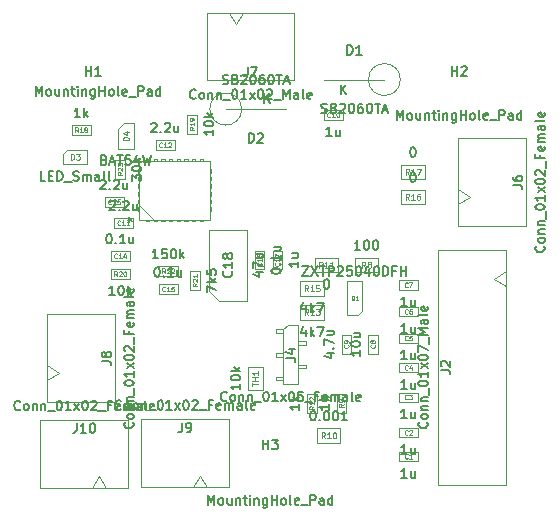
<source format=gbr>
%TF.GenerationSoftware,KiCad,Pcbnew,6.0.1-79c1e3a40b~116~ubuntu21.10.1*%
%TF.CreationDate,2022-03-15T17:01:46-06:00*%
%TF.ProjectId,PowerBackup,506f7765-7242-4616-936b-75702e6b6963,rev?*%
%TF.SameCoordinates,Original*%
%TF.FileFunction,AssemblyDrawing,Top*%
%FSLAX46Y46*%
G04 Gerber Fmt 4.6, Leading zero omitted, Abs format (unit mm)*
G04 Created by KiCad (PCBNEW 6.0.1-79c1e3a40b~116~ubuntu21.10.1) date 2022-03-15 17:01:46*
%MOMM*%
%LPD*%
G01*
G04 APERTURE LIST*
%ADD10C,0.150000*%
%ADD11C,0.080000*%
%ADD12C,0.060000*%
%ADD13C,0.050000*%
%ADD14C,0.075000*%
%ADD15C,0.100000*%
G04 APERTURE END LIST*
D10*
%TO.C,R16*%
X142086904Y-90961904D02*
X142163095Y-90961904D01*
X142239285Y-91000000D01*
X142277380Y-91038095D01*
X142315476Y-91114285D01*
X142353571Y-91266666D01*
X142353571Y-91457142D01*
X142315476Y-91609523D01*
X142277380Y-91685714D01*
X142239285Y-91723809D01*
X142163095Y-91761904D01*
X142086904Y-91761904D01*
X142010714Y-91723809D01*
X141972619Y-91685714D01*
X141934523Y-91609523D01*
X141896428Y-91457142D01*
X141896428Y-91266666D01*
X141934523Y-91114285D01*
X141972619Y-91038095D01*
X142010714Y-91000000D01*
X142086904Y-90961904D01*
D11*
X141803571Y-93276190D02*
X141636904Y-93038095D01*
X141517857Y-93276190D02*
X141517857Y-92776190D01*
X141708333Y-92776190D01*
X141755952Y-92800000D01*
X141779761Y-92823809D01*
X141803571Y-92871428D01*
X141803571Y-92942857D01*
X141779761Y-92990476D01*
X141755952Y-93014285D01*
X141708333Y-93038095D01*
X141517857Y-93038095D01*
X142279761Y-93276190D02*
X141994047Y-93276190D01*
X142136904Y-93276190D02*
X142136904Y-92776190D01*
X142089285Y-92847619D01*
X142041666Y-92895238D01*
X141994047Y-92919047D01*
X142708333Y-92776190D02*
X142613095Y-92776190D01*
X142565476Y-92800000D01*
X142541666Y-92823809D01*
X142494047Y-92895238D01*
X142470238Y-92990476D01*
X142470238Y-93180952D01*
X142494047Y-93228571D01*
X142517857Y-93252380D01*
X142565476Y-93276190D01*
X142660714Y-93276190D01*
X142708333Y-93252380D01*
X142732142Y-93228571D01*
X142755952Y-93180952D01*
X142755952Y-93061904D01*
X142732142Y-93014285D01*
X142708333Y-92990476D01*
X142660714Y-92966666D01*
X142565476Y-92966666D01*
X142517857Y-92990476D01*
X142494047Y-93014285D01*
X142470238Y-93061904D01*
D10*
%TO.C,J4*%
X126371428Y-110245714D02*
X126333333Y-110283809D01*
X126219047Y-110321904D01*
X126142857Y-110321904D01*
X126028571Y-110283809D01*
X125952380Y-110207619D01*
X125914285Y-110131428D01*
X125876190Y-109979047D01*
X125876190Y-109864761D01*
X125914285Y-109712380D01*
X125952380Y-109636190D01*
X126028571Y-109560000D01*
X126142857Y-109521904D01*
X126219047Y-109521904D01*
X126333333Y-109560000D01*
X126371428Y-109598095D01*
X126828571Y-110321904D02*
X126752380Y-110283809D01*
X126714285Y-110245714D01*
X126676190Y-110169523D01*
X126676190Y-109940952D01*
X126714285Y-109864761D01*
X126752380Y-109826666D01*
X126828571Y-109788571D01*
X126942857Y-109788571D01*
X127019047Y-109826666D01*
X127057142Y-109864761D01*
X127095238Y-109940952D01*
X127095238Y-110169523D01*
X127057142Y-110245714D01*
X127019047Y-110283809D01*
X126942857Y-110321904D01*
X126828571Y-110321904D01*
X127438095Y-109788571D02*
X127438095Y-110321904D01*
X127438095Y-109864761D02*
X127476190Y-109826666D01*
X127552380Y-109788571D01*
X127666666Y-109788571D01*
X127742857Y-109826666D01*
X127780952Y-109902857D01*
X127780952Y-110321904D01*
X128161904Y-109788571D02*
X128161904Y-110321904D01*
X128161904Y-109864761D02*
X128200000Y-109826666D01*
X128276190Y-109788571D01*
X128390476Y-109788571D01*
X128466666Y-109826666D01*
X128504761Y-109902857D01*
X128504761Y-110321904D01*
X128695238Y-110398095D02*
X129304761Y-110398095D01*
X129647619Y-109521904D02*
X129723809Y-109521904D01*
X129800000Y-109560000D01*
X129838095Y-109598095D01*
X129876190Y-109674285D01*
X129914285Y-109826666D01*
X129914285Y-110017142D01*
X129876190Y-110169523D01*
X129838095Y-110245714D01*
X129800000Y-110283809D01*
X129723809Y-110321904D01*
X129647619Y-110321904D01*
X129571428Y-110283809D01*
X129533333Y-110245714D01*
X129495238Y-110169523D01*
X129457142Y-110017142D01*
X129457142Y-109826666D01*
X129495238Y-109674285D01*
X129533333Y-109598095D01*
X129571428Y-109560000D01*
X129647619Y-109521904D01*
X130676190Y-110321904D02*
X130219047Y-110321904D01*
X130447619Y-110321904D02*
X130447619Y-109521904D01*
X130371428Y-109636190D01*
X130295238Y-109712380D01*
X130219047Y-109750476D01*
X130942857Y-110321904D02*
X131361904Y-109788571D01*
X130942857Y-109788571D02*
X131361904Y-110321904D01*
X131819047Y-109521904D02*
X131895238Y-109521904D01*
X131971428Y-109560000D01*
X132009523Y-109598095D01*
X132047619Y-109674285D01*
X132085714Y-109826666D01*
X132085714Y-110017142D01*
X132047619Y-110169523D01*
X132009523Y-110245714D01*
X131971428Y-110283809D01*
X131895238Y-110321904D01*
X131819047Y-110321904D01*
X131742857Y-110283809D01*
X131704761Y-110245714D01*
X131666666Y-110169523D01*
X131628571Y-110017142D01*
X131628571Y-109826666D01*
X131666666Y-109674285D01*
X131704761Y-109598095D01*
X131742857Y-109560000D01*
X131819047Y-109521904D01*
X132809523Y-109521904D02*
X132428571Y-109521904D01*
X132390476Y-109902857D01*
X132428571Y-109864761D01*
X132504761Y-109826666D01*
X132695238Y-109826666D01*
X132771428Y-109864761D01*
X132809523Y-109902857D01*
X132847619Y-109979047D01*
X132847619Y-110169523D01*
X132809523Y-110245714D01*
X132771428Y-110283809D01*
X132695238Y-110321904D01*
X132504761Y-110321904D01*
X132428571Y-110283809D01*
X132390476Y-110245714D01*
X133000000Y-110398095D02*
X133609523Y-110398095D01*
X134066666Y-109902857D02*
X133800000Y-109902857D01*
X133800000Y-110321904D02*
X133800000Y-109521904D01*
X134180952Y-109521904D01*
X134790476Y-110283809D02*
X134714285Y-110321904D01*
X134561904Y-110321904D01*
X134485714Y-110283809D01*
X134447619Y-110207619D01*
X134447619Y-109902857D01*
X134485714Y-109826666D01*
X134561904Y-109788571D01*
X134714285Y-109788571D01*
X134790476Y-109826666D01*
X134828571Y-109902857D01*
X134828571Y-109979047D01*
X134447619Y-110055238D01*
X135171428Y-110321904D02*
X135171428Y-109788571D01*
X135171428Y-109864761D02*
X135209523Y-109826666D01*
X135285714Y-109788571D01*
X135400000Y-109788571D01*
X135476190Y-109826666D01*
X135514285Y-109902857D01*
X135514285Y-110321904D01*
X135514285Y-109902857D02*
X135552380Y-109826666D01*
X135628571Y-109788571D01*
X135742857Y-109788571D01*
X135819047Y-109826666D01*
X135857142Y-109902857D01*
X135857142Y-110321904D01*
X136580952Y-110321904D02*
X136580952Y-109902857D01*
X136542857Y-109826666D01*
X136466666Y-109788571D01*
X136314285Y-109788571D01*
X136238095Y-109826666D01*
X136580952Y-110283809D02*
X136504761Y-110321904D01*
X136314285Y-110321904D01*
X136238095Y-110283809D01*
X136200000Y-110207619D01*
X136200000Y-110131428D01*
X136238095Y-110055238D01*
X136314285Y-110017142D01*
X136504761Y-110017142D01*
X136580952Y-109979047D01*
X137076190Y-110321904D02*
X137000000Y-110283809D01*
X136961904Y-110207619D01*
X136961904Y-109521904D01*
X137685714Y-110283809D02*
X137609523Y-110321904D01*
X137457142Y-110321904D01*
X137380952Y-110283809D01*
X137342857Y-110207619D01*
X137342857Y-109902857D01*
X137380952Y-109826666D01*
X137457142Y-109788571D01*
X137609523Y-109788571D01*
X137685714Y-109826666D01*
X137723809Y-109902857D01*
X137723809Y-109979047D01*
X137342857Y-110055238D01*
X131361904Y-106666666D02*
X131933333Y-106666666D01*
X132047619Y-106704761D01*
X132123809Y-106780952D01*
X132161904Y-106895238D01*
X132161904Y-106971428D01*
X131628571Y-105942857D02*
X132161904Y-105942857D01*
X131323809Y-106133333D02*
X131895238Y-106323809D01*
X131895238Y-105828571D01*
%TO.C,C12*%
X119996095Y-86854095D02*
X120034190Y-86816000D01*
X120110380Y-86777904D01*
X120300857Y-86777904D01*
X120377047Y-86816000D01*
X120415142Y-86854095D01*
X120453238Y-86930285D01*
X120453238Y-87006476D01*
X120415142Y-87120761D01*
X119958000Y-87577904D01*
X120453238Y-87577904D01*
X120796095Y-87501714D02*
X120834190Y-87539809D01*
X120796095Y-87577904D01*
X120758000Y-87539809D01*
X120796095Y-87501714D01*
X120796095Y-87577904D01*
X121138952Y-86854095D02*
X121177047Y-86816000D01*
X121253238Y-86777904D01*
X121443714Y-86777904D01*
X121519904Y-86816000D01*
X121558000Y-86854095D01*
X121596095Y-86930285D01*
X121596095Y-87006476D01*
X121558000Y-87120761D01*
X121100857Y-87577904D01*
X121596095Y-87577904D01*
X122281809Y-87044571D02*
X122281809Y-87577904D01*
X121938952Y-87044571D02*
X121938952Y-87463619D01*
X121977047Y-87539809D01*
X122053238Y-87577904D01*
X122167523Y-87577904D01*
X122243714Y-87539809D01*
X122281809Y-87501714D01*
D12*
X120900857Y-88788857D02*
X120881809Y-88807904D01*
X120824666Y-88826952D01*
X120786571Y-88826952D01*
X120729428Y-88807904D01*
X120691333Y-88769809D01*
X120672285Y-88731714D01*
X120653238Y-88655523D01*
X120653238Y-88598380D01*
X120672285Y-88522190D01*
X120691333Y-88484095D01*
X120729428Y-88446000D01*
X120786571Y-88426952D01*
X120824666Y-88426952D01*
X120881809Y-88446000D01*
X120900857Y-88465047D01*
X121281809Y-88826952D02*
X121053238Y-88826952D01*
X121167523Y-88826952D02*
X121167523Y-88426952D01*
X121129428Y-88484095D01*
X121091333Y-88522190D01*
X121053238Y-88541238D01*
X121434190Y-88465047D02*
X121453238Y-88446000D01*
X121491333Y-88426952D01*
X121586571Y-88426952D01*
X121624666Y-88446000D01*
X121643714Y-88465047D01*
X121662761Y-88503142D01*
X121662761Y-88541238D01*
X121643714Y-88598380D01*
X121415142Y-88826952D01*
X121662761Y-88826952D01*
D10*
%TO.C,D1*%
X134375000Y-85893809D02*
X134489285Y-85931904D01*
X134679761Y-85931904D01*
X134755952Y-85893809D01*
X134794047Y-85855714D01*
X134832142Y-85779523D01*
X134832142Y-85703333D01*
X134794047Y-85627142D01*
X134755952Y-85589047D01*
X134679761Y-85550952D01*
X134527380Y-85512857D01*
X134451190Y-85474761D01*
X134413095Y-85436666D01*
X134375000Y-85360476D01*
X134375000Y-85284285D01*
X134413095Y-85208095D01*
X134451190Y-85170000D01*
X134527380Y-85131904D01*
X134717857Y-85131904D01*
X134832142Y-85170000D01*
X135441666Y-85512857D02*
X135555952Y-85550952D01*
X135594047Y-85589047D01*
X135632142Y-85665238D01*
X135632142Y-85779523D01*
X135594047Y-85855714D01*
X135555952Y-85893809D01*
X135479761Y-85931904D01*
X135175000Y-85931904D01*
X135175000Y-85131904D01*
X135441666Y-85131904D01*
X135517857Y-85170000D01*
X135555952Y-85208095D01*
X135594047Y-85284285D01*
X135594047Y-85360476D01*
X135555952Y-85436666D01*
X135517857Y-85474761D01*
X135441666Y-85512857D01*
X135175000Y-85512857D01*
X135936904Y-85208095D02*
X135975000Y-85170000D01*
X136051190Y-85131904D01*
X136241666Y-85131904D01*
X136317857Y-85170000D01*
X136355952Y-85208095D01*
X136394047Y-85284285D01*
X136394047Y-85360476D01*
X136355952Y-85474761D01*
X135898809Y-85931904D01*
X136394047Y-85931904D01*
X136889285Y-85131904D02*
X136965476Y-85131904D01*
X137041666Y-85170000D01*
X137079761Y-85208095D01*
X137117857Y-85284285D01*
X137155952Y-85436666D01*
X137155952Y-85627142D01*
X137117857Y-85779523D01*
X137079761Y-85855714D01*
X137041666Y-85893809D01*
X136965476Y-85931904D01*
X136889285Y-85931904D01*
X136813095Y-85893809D01*
X136775000Y-85855714D01*
X136736904Y-85779523D01*
X136698809Y-85627142D01*
X136698809Y-85436666D01*
X136736904Y-85284285D01*
X136775000Y-85208095D01*
X136813095Y-85170000D01*
X136889285Y-85131904D01*
X137841666Y-85131904D02*
X137689285Y-85131904D01*
X137613095Y-85170000D01*
X137575000Y-85208095D01*
X137498809Y-85322380D01*
X137460714Y-85474761D01*
X137460714Y-85779523D01*
X137498809Y-85855714D01*
X137536904Y-85893809D01*
X137613095Y-85931904D01*
X137765476Y-85931904D01*
X137841666Y-85893809D01*
X137879761Y-85855714D01*
X137917857Y-85779523D01*
X137917857Y-85589047D01*
X137879761Y-85512857D01*
X137841666Y-85474761D01*
X137765476Y-85436666D01*
X137613095Y-85436666D01*
X137536904Y-85474761D01*
X137498809Y-85512857D01*
X137460714Y-85589047D01*
X138413095Y-85131904D02*
X138489285Y-85131904D01*
X138565476Y-85170000D01*
X138603571Y-85208095D01*
X138641666Y-85284285D01*
X138679761Y-85436666D01*
X138679761Y-85627142D01*
X138641666Y-85779523D01*
X138603571Y-85855714D01*
X138565476Y-85893809D01*
X138489285Y-85931904D01*
X138413095Y-85931904D01*
X138336904Y-85893809D01*
X138298809Y-85855714D01*
X138260714Y-85779523D01*
X138222619Y-85627142D01*
X138222619Y-85436666D01*
X138260714Y-85284285D01*
X138298809Y-85208095D01*
X138336904Y-85170000D01*
X138413095Y-85131904D01*
X138908333Y-85131904D02*
X139365476Y-85131904D01*
X139136904Y-85931904D02*
X139136904Y-85131904D01*
X139594047Y-85703333D02*
X139975000Y-85703333D01*
X139517857Y-85931904D02*
X139784523Y-85131904D01*
X140051190Y-85931904D01*
X136584523Y-80991904D02*
X136584523Y-80191904D01*
X136775000Y-80191904D01*
X136889285Y-80230000D01*
X136965476Y-80306190D01*
X137003571Y-80382380D01*
X137041666Y-80534761D01*
X137041666Y-80649047D01*
X137003571Y-80801428D01*
X136965476Y-80877619D01*
X136889285Y-80953809D01*
X136775000Y-80991904D01*
X136584523Y-80991904D01*
X137803571Y-80991904D02*
X137346428Y-80991904D01*
X137575000Y-80991904D02*
X137575000Y-80191904D01*
X137498809Y-80306190D01*
X137422619Y-80382380D01*
X137346428Y-80420476D01*
X136025476Y-84361904D02*
X136025476Y-83561904D01*
X136482619Y-84361904D02*
X136139761Y-83904761D01*
X136482619Y-83561904D02*
X136025476Y-84019047D01*
%TO.C,J6*%
X153210714Y-97203571D02*
X153248809Y-97241666D01*
X153286904Y-97355952D01*
X153286904Y-97432142D01*
X153248809Y-97546428D01*
X153172619Y-97622619D01*
X153096428Y-97660714D01*
X152944047Y-97698809D01*
X152829761Y-97698809D01*
X152677380Y-97660714D01*
X152601190Y-97622619D01*
X152525000Y-97546428D01*
X152486904Y-97432142D01*
X152486904Y-97355952D01*
X152525000Y-97241666D01*
X152563095Y-97203571D01*
X153286904Y-96746428D02*
X153248809Y-96822619D01*
X153210714Y-96860714D01*
X153134523Y-96898809D01*
X152905952Y-96898809D01*
X152829761Y-96860714D01*
X152791666Y-96822619D01*
X152753571Y-96746428D01*
X152753571Y-96632142D01*
X152791666Y-96555952D01*
X152829761Y-96517857D01*
X152905952Y-96479761D01*
X153134523Y-96479761D01*
X153210714Y-96517857D01*
X153248809Y-96555952D01*
X153286904Y-96632142D01*
X153286904Y-96746428D01*
X152753571Y-96136904D02*
X153286904Y-96136904D01*
X152829761Y-96136904D02*
X152791666Y-96098809D01*
X152753571Y-96022619D01*
X152753571Y-95908333D01*
X152791666Y-95832142D01*
X152867857Y-95794047D01*
X153286904Y-95794047D01*
X152753571Y-95413095D02*
X153286904Y-95413095D01*
X152829761Y-95413095D02*
X152791666Y-95375000D01*
X152753571Y-95298809D01*
X152753571Y-95184523D01*
X152791666Y-95108333D01*
X152867857Y-95070238D01*
X153286904Y-95070238D01*
X153363095Y-94879761D02*
X153363095Y-94270238D01*
X152486904Y-93927380D02*
X152486904Y-93851190D01*
X152525000Y-93775000D01*
X152563095Y-93736904D01*
X152639285Y-93698809D01*
X152791666Y-93660714D01*
X152982142Y-93660714D01*
X153134523Y-93698809D01*
X153210714Y-93736904D01*
X153248809Y-93775000D01*
X153286904Y-93851190D01*
X153286904Y-93927380D01*
X153248809Y-94003571D01*
X153210714Y-94041666D01*
X153134523Y-94079761D01*
X152982142Y-94117857D01*
X152791666Y-94117857D01*
X152639285Y-94079761D01*
X152563095Y-94041666D01*
X152525000Y-94003571D01*
X152486904Y-93927380D01*
X153286904Y-92898809D02*
X153286904Y-93355952D01*
X153286904Y-93127380D02*
X152486904Y-93127380D01*
X152601190Y-93203571D01*
X152677380Y-93279761D01*
X152715476Y-93355952D01*
X153286904Y-92632142D02*
X152753571Y-92213095D01*
X152753571Y-92632142D02*
X153286904Y-92213095D01*
X152486904Y-91755952D02*
X152486904Y-91679761D01*
X152525000Y-91603571D01*
X152563095Y-91565476D01*
X152639285Y-91527380D01*
X152791666Y-91489285D01*
X152982142Y-91489285D01*
X153134523Y-91527380D01*
X153210714Y-91565476D01*
X153248809Y-91603571D01*
X153286904Y-91679761D01*
X153286904Y-91755952D01*
X153248809Y-91832142D01*
X153210714Y-91870238D01*
X153134523Y-91908333D01*
X152982142Y-91946428D01*
X152791666Y-91946428D01*
X152639285Y-91908333D01*
X152563095Y-91870238D01*
X152525000Y-91832142D01*
X152486904Y-91755952D01*
X152563095Y-91184523D02*
X152525000Y-91146428D01*
X152486904Y-91070238D01*
X152486904Y-90879761D01*
X152525000Y-90803571D01*
X152563095Y-90765476D01*
X152639285Y-90727380D01*
X152715476Y-90727380D01*
X152829761Y-90765476D01*
X153286904Y-91222619D01*
X153286904Y-90727380D01*
X153363095Y-90575000D02*
X153363095Y-89965476D01*
X152867857Y-89508333D02*
X152867857Y-89775000D01*
X153286904Y-89775000D02*
X152486904Y-89775000D01*
X152486904Y-89394047D01*
X153248809Y-88784523D02*
X153286904Y-88860714D01*
X153286904Y-89013095D01*
X153248809Y-89089285D01*
X153172619Y-89127380D01*
X152867857Y-89127380D01*
X152791666Y-89089285D01*
X152753571Y-89013095D01*
X152753571Y-88860714D01*
X152791666Y-88784523D01*
X152867857Y-88746428D01*
X152944047Y-88746428D01*
X153020238Y-89127380D01*
X153286904Y-88403571D02*
X152753571Y-88403571D01*
X152829761Y-88403571D02*
X152791666Y-88365476D01*
X152753571Y-88289285D01*
X152753571Y-88175000D01*
X152791666Y-88098809D01*
X152867857Y-88060714D01*
X153286904Y-88060714D01*
X152867857Y-88060714D02*
X152791666Y-88022619D01*
X152753571Y-87946428D01*
X152753571Y-87832142D01*
X152791666Y-87755952D01*
X152867857Y-87717857D01*
X153286904Y-87717857D01*
X153286904Y-86994047D02*
X152867857Y-86994047D01*
X152791666Y-87032142D01*
X152753571Y-87108333D01*
X152753571Y-87260714D01*
X152791666Y-87336904D01*
X153248809Y-86994047D02*
X153286904Y-87070238D01*
X153286904Y-87260714D01*
X153248809Y-87336904D01*
X153172619Y-87375000D01*
X153096428Y-87375000D01*
X153020238Y-87336904D01*
X152982142Y-87260714D01*
X152982142Y-87070238D01*
X152944047Y-86994047D01*
X153286904Y-86498809D02*
X153248809Y-86575000D01*
X153172619Y-86613095D01*
X152486904Y-86613095D01*
X153248809Y-85889285D02*
X153286904Y-85965476D01*
X153286904Y-86117857D01*
X153248809Y-86194047D01*
X153172619Y-86232142D01*
X152867857Y-86232142D01*
X152791666Y-86194047D01*
X152753571Y-86117857D01*
X152753571Y-85965476D01*
X152791666Y-85889285D01*
X152867857Y-85851190D01*
X152944047Y-85851190D01*
X153020238Y-86232142D01*
X150586904Y-92041666D02*
X151158333Y-92041666D01*
X151272619Y-92079761D01*
X151348809Y-92155952D01*
X151386904Y-92270238D01*
X151386904Y-92346428D01*
X150586904Y-91317857D02*
X150586904Y-91470238D01*
X150625000Y-91546428D01*
X150663095Y-91584523D01*
X150777380Y-91660714D01*
X150929761Y-91698809D01*
X151234523Y-91698809D01*
X151310714Y-91660714D01*
X151348809Y-91622619D01*
X151386904Y-91546428D01*
X151386904Y-91394047D01*
X151348809Y-91317857D01*
X151310714Y-91279761D01*
X151234523Y-91241666D01*
X151044047Y-91241666D01*
X150967857Y-91279761D01*
X150929761Y-91317857D01*
X150891666Y-91394047D01*
X150891666Y-91546428D01*
X150929761Y-91622619D01*
X150967857Y-91660714D01*
X151044047Y-91698809D01*
%TO.C,R23*%
X118339904Y-91649428D02*
X118339904Y-91154190D01*
X118644666Y-91420857D01*
X118644666Y-91306571D01*
X118682761Y-91230380D01*
X118720857Y-91192285D01*
X118797047Y-91154190D01*
X118987523Y-91154190D01*
X119063714Y-91192285D01*
X119101809Y-91230380D01*
X119139904Y-91306571D01*
X119139904Y-91535142D01*
X119101809Y-91611333D01*
X119063714Y-91649428D01*
X118339904Y-90658952D02*
X118339904Y-90582761D01*
X118378000Y-90506571D01*
X118416095Y-90468476D01*
X118492285Y-90430380D01*
X118644666Y-90392285D01*
X118835142Y-90392285D01*
X118987523Y-90430380D01*
X119063714Y-90468476D01*
X119101809Y-90506571D01*
X119139904Y-90582761D01*
X119139904Y-90658952D01*
X119101809Y-90735142D01*
X119063714Y-90773238D01*
X118987523Y-90811333D01*
X118835142Y-90849428D01*
X118644666Y-90849428D01*
X118492285Y-90811333D01*
X118416095Y-90773238D01*
X118378000Y-90735142D01*
X118339904Y-90658952D01*
X119139904Y-90049428D02*
X118339904Y-90049428D01*
X118835142Y-89973238D02*
X119139904Y-89744666D01*
X118606571Y-89744666D02*
X118911333Y-90049428D01*
D12*
X117528952Y-90935142D02*
X117338476Y-91068476D01*
X117528952Y-91163714D02*
X117128952Y-91163714D01*
X117128952Y-91011333D01*
X117148000Y-90973238D01*
X117167047Y-90954190D01*
X117205142Y-90935142D01*
X117262285Y-90935142D01*
X117300380Y-90954190D01*
X117319428Y-90973238D01*
X117338476Y-91011333D01*
X117338476Y-91163714D01*
X117167047Y-90782761D02*
X117148000Y-90763714D01*
X117128952Y-90725619D01*
X117128952Y-90630380D01*
X117148000Y-90592285D01*
X117167047Y-90573238D01*
X117205142Y-90554190D01*
X117243238Y-90554190D01*
X117300380Y-90573238D01*
X117528952Y-90801809D01*
X117528952Y-90554190D01*
X117128952Y-90420857D02*
X117128952Y-90173238D01*
X117281333Y-90306571D01*
X117281333Y-90249428D01*
X117300380Y-90211333D01*
X117319428Y-90192285D01*
X117357523Y-90173238D01*
X117452761Y-90173238D01*
X117490857Y-90192285D01*
X117509904Y-90211333D01*
X117528952Y-90249428D01*
X117528952Y-90363714D01*
X117509904Y-90401809D01*
X117490857Y-90420857D01*
D10*
%TO.C,R18*%
X113950761Y-86307904D02*
X113493619Y-86307904D01*
X113722190Y-86307904D02*
X113722190Y-85507904D01*
X113646000Y-85622190D01*
X113569809Y-85698380D01*
X113493619Y-85736476D01*
X114293619Y-86307904D02*
X114293619Y-85507904D01*
X114369809Y-86003142D02*
X114598380Y-86307904D01*
X114598380Y-85774571D02*
X114293619Y-86079333D01*
D12*
X113788857Y-87556952D02*
X113655523Y-87366476D01*
X113560285Y-87556952D02*
X113560285Y-87156952D01*
X113712666Y-87156952D01*
X113750761Y-87176000D01*
X113769809Y-87195047D01*
X113788857Y-87233142D01*
X113788857Y-87290285D01*
X113769809Y-87328380D01*
X113750761Y-87347428D01*
X113712666Y-87366476D01*
X113560285Y-87366476D01*
X114169809Y-87556952D02*
X113941238Y-87556952D01*
X114055523Y-87556952D02*
X114055523Y-87156952D01*
X114017428Y-87214095D01*
X113979333Y-87252190D01*
X113941238Y-87271238D01*
X114398380Y-87328380D02*
X114360285Y-87309333D01*
X114341238Y-87290285D01*
X114322190Y-87252190D01*
X114322190Y-87233142D01*
X114341238Y-87195047D01*
X114360285Y-87176000D01*
X114398380Y-87156952D01*
X114474571Y-87156952D01*
X114512666Y-87176000D01*
X114531714Y-87195047D01*
X114550761Y-87233142D01*
X114550761Y-87252190D01*
X114531714Y-87290285D01*
X114512666Y-87309333D01*
X114474571Y-87328380D01*
X114398380Y-87328380D01*
X114360285Y-87347428D01*
X114341238Y-87366476D01*
X114322190Y-87404571D01*
X114322190Y-87480761D01*
X114341238Y-87518857D01*
X114360285Y-87537904D01*
X114398380Y-87556952D01*
X114474571Y-87556952D01*
X114512666Y-87537904D01*
X114531714Y-87518857D01*
X114550761Y-87480761D01*
X114550761Y-87404571D01*
X114531714Y-87366476D01*
X114512666Y-87347428D01*
X114474571Y-87328380D01*
D10*
%TO.C,C1*%
X141616666Y-116811140D02*
X141159523Y-116811140D01*
X141388095Y-116811140D02*
X141388095Y-116011140D01*
X141311904Y-116125426D01*
X141235714Y-116201616D01*
X141159523Y-116239712D01*
X142302380Y-116277807D02*
X142302380Y-116811140D01*
X141959523Y-116277807D02*
X141959523Y-116696855D01*
X141997619Y-116773045D01*
X142073809Y-116811140D01*
X142188095Y-116811140D01*
X142264285Y-116773045D01*
X142302380Y-116734950D01*
D12*
X141683333Y-115162093D02*
X141664285Y-115181140D01*
X141607142Y-115200188D01*
X141569047Y-115200188D01*
X141511904Y-115181140D01*
X141473809Y-115143045D01*
X141454761Y-115104950D01*
X141435714Y-115028759D01*
X141435714Y-114971616D01*
X141454761Y-114895426D01*
X141473809Y-114857331D01*
X141511904Y-114819236D01*
X141569047Y-114800188D01*
X141607142Y-114800188D01*
X141664285Y-114819236D01*
X141683333Y-114838283D01*
X142064285Y-115200188D02*
X141835714Y-115200188D01*
X141950000Y-115200188D02*
X141950000Y-114800188D01*
X141911904Y-114857331D01*
X141873809Y-114895426D01*
X141835714Y-114914474D01*
D10*
%TO.C,C6*%
X141616666Y-104541904D02*
X141159523Y-104541904D01*
X141388095Y-104541904D02*
X141388095Y-103741904D01*
X141311904Y-103856190D01*
X141235714Y-103932380D01*
X141159523Y-103970476D01*
X142302380Y-104008571D02*
X142302380Y-104541904D01*
X141959523Y-104008571D02*
X141959523Y-104427619D01*
X141997619Y-104503809D01*
X142073809Y-104541904D01*
X142188095Y-104541904D01*
X142264285Y-104503809D01*
X142302380Y-104465714D01*
D12*
X141683333Y-102892857D02*
X141664285Y-102911904D01*
X141607142Y-102930952D01*
X141569047Y-102930952D01*
X141511904Y-102911904D01*
X141473809Y-102873809D01*
X141454761Y-102835714D01*
X141435714Y-102759523D01*
X141435714Y-102702380D01*
X141454761Y-102626190D01*
X141473809Y-102588095D01*
X141511904Y-102550000D01*
X141569047Y-102530952D01*
X141607142Y-102530952D01*
X141664285Y-102550000D01*
X141683333Y-102569047D01*
X142026190Y-102530952D02*
X141950000Y-102530952D01*
X141911904Y-102550000D01*
X141892857Y-102569047D01*
X141854761Y-102626190D01*
X141835714Y-102702380D01*
X141835714Y-102854761D01*
X141854761Y-102892857D01*
X141873809Y-102911904D01*
X141911904Y-102930952D01*
X141988095Y-102930952D01*
X142026190Y-102911904D01*
X142045238Y-102892857D01*
X142064285Y-102854761D01*
X142064285Y-102759523D01*
X142045238Y-102721428D01*
X142026190Y-102702380D01*
X141988095Y-102683333D01*
X141911904Y-102683333D01*
X141873809Y-102702380D01*
X141854761Y-102721428D01*
X141835714Y-102759523D01*
D10*
%TO.C,J8*%
X118406714Y-112108571D02*
X118444809Y-112146666D01*
X118482904Y-112260952D01*
X118482904Y-112337142D01*
X118444809Y-112451428D01*
X118368619Y-112527619D01*
X118292428Y-112565714D01*
X118140047Y-112603809D01*
X118025761Y-112603809D01*
X117873380Y-112565714D01*
X117797190Y-112527619D01*
X117721000Y-112451428D01*
X117682904Y-112337142D01*
X117682904Y-112260952D01*
X117721000Y-112146666D01*
X117759095Y-112108571D01*
X118482904Y-111651428D02*
X118444809Y-111727619D01*
X118406714Y-111765714D01*
X118330523Y-111803809D01*
X118101952Y-111803809D01*
X118025761Y-111765714D01*
X117987666Y-111727619D01*
X117949571Y-111651428D01*
X117949571Y-111537142D01*
X117987666Y-111460952D01*
X118025761Y-111422857D01*
X118101952Y-111384761D01*
X118330523Y-111384761D01*
X118406714Y-111422857D01*
X118444809Y-111460952D01*
X118482904Y-111537142D01*
X118482904Y-111651428D01*
X117949571Y-111041904D02*
X118482904Y-111041904D01*
X118025761Y-111041904D02*
X117987666Y-111003809D01*
X117949571Y-110927619D01*
X117949571Y-110813333D01*
X117987666Y-110737142D01*
X118063857Y-110699047D01*
X118482904Y-110699047D01*
X117949571Y-110318095D02*
X118482904Y-110318095D01*
X118025761Y-110318095D02*
X117987666Y-110280000D01*
X117949571Y-110203809D01*
X117949571Y-110089523D01*
X117987666Y-110013333D01*
X118063857Y-109975238D01*
X118482904Y-109975238D01*
X118559095Y-109784761D02*
X118559095Y-109175238D01*
X117682904Y-108832380D02*
X117682904Y-108756190D01*
X117721000Y-108680000D01*
X117759095Y-108641904D01*
X117835285Y-108603809D01*
X117987666Y-108565714D01*
X118178142Y-108565714D01*
X118330523Y-108603809D01*
X118406714Y-108641904D01*
X118444809Y-108680000D01*
X118482904Y-108756190D01*
X118482904Y-108832380D01*
X118444809Y-108908571D01*
X118406714Y-108946666D01*
X118330523Y-108984761D01*
X118178142Y-109022857D01*
X117987666Y-109022857D01*
X117835285Y-108984761D01*
X117759095Y-108946666D01*
X117721000Y-108908571D01*
X117682904Y-108832380D01*
X118482904Y-107803809D02*
X118482904Y-108260952D01*
X118482904Y-108032380D02*
X117682904Y-108032380D01*
X117797190Y-108108571D01*
X117873380Y-108184761D01*
X117911476Y-108260952D01*
X118482904Y-107537142D02*
X117949571Y-107118095D01*
X117949571Y-107537142D02*
X118482904Y-107118095D01*
X117682904Y-106660952D02*
X117682904Y-106584761D01*
X117721000Y-106508571D01*
X117759095Y-106470476D01*
X117835285Y-106432380D01*
X117987666Y-106394285D01*
X118178142Y-106394285D01*
X118330523Y-106432380D01*
X118406714Y-106470476D01*
X118444809Y-106508571D01*
X118482904Y-106584761D01*
X118482904Y-106660952D01*
X118444809Y-106737142D01*
X118406714Y-106775238D01*
X118330523Y-106813333D01*
X118178142Y-106851428D01*
X117987666Y-106851428D01*
X117835285Y-106813333D01*
X117759095Y-106775238D01*
X117721000Y-106737142D01*
X117682904Y-106660952D01*
X117759095Y-106089523D02*
X117721000Y-106051428D01*
X117682904Y-105975238D01*
X117682904Y-105784761D01*
X117721000Y-105708571D01*
X117759095Y-105670476D01*
X117835285Y-105632380D01*
X117911476Y-105632380D01*
X118025761Y-105670476D01*
X118482904Y-106127619D01*
X118482904Y-105632380D01*
X118559095Y-105480000D02*
X118559095Y-104870476D01*
X118063857Y-104413333D02*
X118063857Y-104680000D01*
X118482904Y-104680000D02*
X117682904Y-104680000D01*
X117682904Y-104299047D01*
X118444809Y-103689523D02*
X118482904Y-103765714D01*
X118482904Y-103918095D01*
X118444809Y-103994285D01*
X118368619Y-104032380D01*
X118063857Y-104032380D01*
X117987666Y-103994285D01*
X117949571Y-103918095D01*
X117949571Y-103765714D01*
X117987666Y-103689523D01*
X118063857Y-103651428D01*
X118140047Y-103651428D01*
X118216238Y-104032380D01*
X118482904Y-103308571D02*
X117949571Y-103308571D01*
X118025761Y-103308571D02*
X117987666Y-103270476D01*
X117949571Y-103194285D01*
X117949571Y-103080000D01*
X117987666Y-103003809D01*
X118063857Y-102965714D01*
X118482904Y-102965714D01*
X118063857Y-102965714D02*
X117987666Y-102927619D01*
X117949571Y-102851428D01*
X117949571Y-102737142D01*
X117987666Y-102660952D01*
X118063857Y-102622857D01*
X118482904Y-102622857D01*
X118482904Y-101899047D02*
X118063857Y-101899047D01*
X117987666Y-101937142D01*
X117949571Y-102013333D01*
X117949571Y-102165714D01*
X117987666Y-102241904D01*
X118444809Y-101899047D02*
X118482904Y-101975238D01*
X118482904Y-102165714D01*
X118444809Y-102241904D01*
X118368619Y-102280000D01*
X118292428Y-102280000D01*
X118216238Y-102241904D01*
X118178142Y-102165714D01*
X118178142Y-101975238D01*
X118140047Y-101899047D01*
X118482904Y-101403809D02*
X118444809Y-101480000D01*
X118368619Y-101518095D01*
X117682904Y-101518095D01*
X118444809Y-100794285D02*
X118482904Y-100870476D01*
X118482904Y-101022857D01*
X118444809Y-101099047D01*
X118368619Y-101137142D01*
X118063857Y-101137142D01*
X117987666Y-101099047D01*
X117949571Y-101022857D01*
X117949571Y-100870476D01*
X117987666Y-100794285D01*
X118063857Y-100756190D01*
X118140047Y-100756190D01*
X118216238Y-101137142D01*
X115782904Y-106946666D02*
X116354333Y-106946666D01*
X116468619Y-106984761D01*
X116544809Y-107060952D01*
X116582904Y-107175238D01*
X116582904Y-107251428D01*
X116125761Y-106451428D02*
X116087666Y-106527619D01*
X116049571Y-106565714D01*
X115973380Y-106603809D01*
X115935285Y-106603809D01*
X115859095Y-106565714D01*
X115821000Y-106527619D01*
X115782904Y-106451428D01*
X115782904Y-106299047D01*
X115821000Y-106222857D01*
X115859095Y-106184761D01*
X115935285Y-106146666D01*
X115973380Y-106146666D01*
X116049571Y-106184761D01*
X116087666Y-106222857D01*
X116125761Y-106299047D01*
X116125761Y-106451428D01*
X116163857Y-106527619D01*
X116201952Y-106565714D01*
X116278142Y-106603809D01*
X116430523Y-106603809D01*
X116506714Y-106565714D01*
X116544809Y-106527619D01*
X116582904Y-106451428D01*
X116582904Y-106299047D01*
X116544809Y-106222857D01*
X116506714Y-106184761D01*
X116430523Y-106146666D01*
X116278142Y-106146666D01*
X116201952Y-106184761D01*
X116163857Y-106222857D01*
X116125761Y-106299047D01*
%TO.C,R20*%
X116871809Y-101359904D02*
X116414666Y-101359904D01*
X116643238Y-101359904D02*
X116643238Y-100559904D01*
X116567047Y-100674190D01*
X116490857Y-100750380D01*
X116414666Y-100788476D01*
X117367047Y-100559904D02*
X117443238Y-100559904D01*
X117519428Y-100598000D01*
X117557523Y-100636095D01*
X117595619Y-100712285D01*
X117633714Y-100864666D01*
X117633714Y-101055142D01*
X117595619Y-101207523D01*
X117557523Y-101283714D01*
X117519428Y-101321809D01*
X117443238Y-101359904D01*
X117367047Y-101359904D01*
X117290857Y-101321809D01*
X117252761Y-101283714D01*
X117214666Y-101207523D01*
X117176571Y-101055142D01*
X117176571Y-100864666D01*
X117214666Y-100712285D01*
X117252761Y-100636095D01*
X117290857Y-100598000D01*
X117367047Y-100559904D01*
X117976571Y-101359904D02*
X117976571Y-100559904D01*
X118052761Y-101055142D02*
X118281333Y-101359904D01*
X118281333Y-100826571D02*
X117976571Y-101131333D01*
D12*
X117090857Y-99748952D02*
X116957523Y-99558476D01*
X116862285Y-99748952D02*
X116862285Y-99348952D01*
X117014666Y-99348952D01*
X117052761Y-99368000D01*
X117071809Y-99387047D01*
X117090857Y-99425142D01*
X117090857Y-99482285D01*
X117071809Y-99520380D01*
X117052761Y-99539428D01*
X117014666Y-99558476D01*
X116862285Y-99558476D01*
X117243238Y-99387047D02*
X117262285Y-99368000D01*
X117300380Y-99348952D01*
X117395619Y-99348952D01*
X117433714Y-99368000D01*
X117452761Y-99387047D01*
X117471809Y-99425142D01*
X117471809Y-99463238D01*
X117452761Y-99520380D01*
X117224190Y-99748952D01*
X117471809Y-99748952D01*
X117719428Y-99348952D02*
X117757523Y-99348952D01*
X117795619Y-99368000D01*
X117814666Y-99387047D01*
X117833714Y-99425142D01*
X117852761Y-99501333D01*
X117852761Y-99596571D01*
X117833714Y-99672761D01*
X117814666Y-99710857D01*
X117795619Y-99729904D01*
X117757523Y-99748952D01*
X117719428Y-99748952D01*
X117681333Y-99729904D01*
X117662285Y-99710857D01*
X117643238Y-99672761D01*
X117624190Y-99596571D01*
X117624190Y-99501333D01*
X117643238Y-99425142D01*
X117662285Y-99387047D01*
X117681333Y-99368000D01*
X117719428Y-99348952D01*
D10*
%TO.C,C7*%
X141616666Y-102291904D02*
X141159523Y-102291904D01*
X141388095Y-102291904D02*
X141388095Y-101491904D01*
X141311904Y-101606190D01*
X141235714Y-101682380D01*
X141159523Y-101720476D01*
X142302380Y-101758571D02*
X142302380Y-102291904D01*
X141959523Y-101758571D02*
X141959523Y-102177619D01*
X141997619Y-102253809D01*
X142073809Y-102291904D01*
X142188095Y-102291904D01*
X142264285Y-102253809D01*
X142302380Y-102215714D01*
D12*
X141683333Y-100642857D02*
X141664285Y-100661904D01*
X141607142Y-100680952D01*
X141569047Y-100680952D01*
X141511904Y-100661904D01*
X141473809Y-100623809D01*
X141454761Y-100585714D01*
X141435714Y-100509523D01*
X141435714Y-100452380D01*
X141454761Y-100376190D01*
X141473809Y-100338095D01*
X141511904Y-100300000D01*
X141569047Y-100280952D01*
X141607142Y-100280952D01*
X141664285Y-100300000D01*
X141683333Y-100319047D01*
X141816666Y-100280952D02*
X142083333Y-100280952D01*
X141911904Y-100680952D01*
D10*
%TO.C,Q1*%
X132780952Y-98911904D02*
X133314285Y-98911904D01*
X132780952Y-99711904D01*
X133314285Y-99711904D01*
X133542857Y-98911904D02*
X134076190Y-99711904D01*
X134076190Y-98911904D02*
X133542857Y-99711904D01*
X134266666Y-98911904D02*
X134723809Y-98911904D01*
X134495238Y-99711904D02*
X134495238Y-98911904D01*
X134990476Y-99711904D02*
X134990476Y-98911904D01*
X135295238Y-98911904D01*
X135371428Y-98950000D01*
X135409523Y-98988095D01*
X135447619Y-99064285D01*
X135447619Y-99178571D01*
X135409523Y-99254761D01*
X135371428Y-99292857D01*
X135295238Y-99330952D01*
X134990476Y-99330952D01*
X135752380Y-98988095D02*
X135790476Y-98950000D01*
X135866666Y-98911904D01*
X136057142Y-98911904D01*
X136133333Y-98950000D01*
X136171428Y-98988095D01*
X136209523Y-99064285D01*
X136209523Y-99140476D01*
X136171428Y-99254761D01*
X135714285Y-99711904D01*
X136209523Y-99711904D01*
X136933333Y-98911904D02*
X136552380Y-98911904D01*
X136514285Y-99292857D01*
X136552380Y-99254761D01*
X136628571Y-99216666D01*
X136819047Y-99216666D01*
X136895238Y-99254761D01*
X136933333Y-99292857D01*
X136971428Y-99369047D01*
X136971428Y-99559523D01*
X136933333Y-99635714D01*
X136895238Y-99673809D01*
X136819047Y-99711904D01*
X136628571Y-99711904D01*
X136552380Y-99673809D01*
X136514285Y-99635714D01*
X137466666Y-98911904D02*
X137542857Y-98911904D01*
X137619047Y-98950000D01*
X137657142Y-98988095D01*
X137695238Y-99064285D01*
X137733333Y-99216666D01*
X137733333Y-99407142D01*
X137695238Y-99559523D01*
X137657142Y-99635714D01*
X137619047Y-99673809D01*
X137542857Y-99711904D01*
X137466666Y-99711904D01*
X137390476Y-99673809D01*
X137352380Y-99635714D01*
X137314285Y-99559523D01*
X137276190Y-99407142D01*
X137276190Y-99216666D01*
X137314285Y-99064285D01*
X137352380Y-98988095D01*
X137390476Y-98950000D01*
X137466666Y-98911904D01*
X138419047Y-99178571D02*
X138419047Y-99711904D01*
X138228571Y-98873809D02*
X138038095Y-99445238D01*
X138533333Y-99445238D01*
X138990476Y-98911904D02*
X139066666Y-98911904D01*
X139142857Y-98950000D01*
X139180952Y-98988095D01*
X139219047Y-99064285D01*
X139257142Y-99216666D01*
X139257142Y-99407142D01*
X139219047Y-99559523D01*
X139180952Y-99635714D01*
X139142857Y-99673809D01*
X139066666Y-99711904D01*
X138990476Y-99711904D01*
X138914285Y-99673809D01*
X138876190Y-99635714D01*
X138838095Y-99559523D01*
X138800000Y-99407142D01*
X138800000Y-99216666D01*
X138838095Y-99064285D01*
X138876190Y-98988095D01*
X138914285Y-98950000D01*
X138990476Y-98911904D01*
X139600000Y-99711904D02*
X139600000Y-98911904D01*
X139790476Y-98911904D01*
X139904761Y-98950000D01*
X139980952Y-99026190D01*
X140019047Y-99102380D01*
X140057142Y-99254761D01*
X140057142Y-99369047D01*
X140019047Y-99521428D01*
X139980952Y-99597619D01*
X139904761Y-99673809D01*
X139790476Y-99711904D01*
X139600000Y-99711904D01*
X140666666Y-99292857D02*
X140400000Y-99292857D01*
X140400000Y-99711904D02*
X140400000Y-98911904D01*
X140780952Y-98911904D01*
X141085714Y-99711904D02*
X141085714Y-98911904D01*
X141085714Y-99292857D02*
X141542857Y-99292857D01*
X141542857Y-99711904D02*
X141542857Y-98911904D01*
D13*
X137169523Y-101775238D02*
X137139047Y-101760000D01*
X137108571Y-101729523D01*
X137062857Y-101683809D01*
X137032380Y-101668571D01*
X137001904Y-101668571D01*
X137017142Y-101744761D02*
X136986666Y-101729523D01*
X136956190Y-101699047D01*
X136940952Y-101638095D01*
X136940952Y-101531428D01*
X136956190Y-101470476D01*
X136986666Y-101440000D01*
X137017142Y-101424761D01*
X137078095Y-101424761D01*
X137108571Y-101440000D01*
X137139047Y-101470476D01*
X137154285Y-101531428D01*
X137154285Y-101638095D01*
X137139047Y-101699047D01*
X137108571Y-101729523D01*
X137078095Y-101744761D01*
X137017142Y-101744761D01*
X137459047Y-101744761D02*
X137276190Y-101744761D01*
X137367619Y-101744761D02*
X137367619Y-101424761D01*
X137337142Y-101470476D01*
X137306666Y-101500952D01*
X137276190Y-101516190D01*
D10*
%TO.C,C18*%
X128870571Y-99396476D02*
X129403904Y-99396476D01*
X128565809Y-99586952D02*
X129137238Y-99777428D01*
X129137238Y-99282190D01*
X128603904Y-99053619D02*
X128603904Y-98520285D01*
X129403904Y-98863142D01*
X128870571Y-97872666D02*
X129403904Y-97872666D01*
X128870571Y-98215523D02*
X129289619Y-98215523D01*
X129365809Y-98177428D01*
X129403904Y-98101238D01*
X129403904Y-97986952D01*
X129365809Y-97910761D01*
X129327714Y-97872666D01*
X126777714Y-99320285D02*
X126815809Y-99358380D01*
X126853904Y-99472666D01*
X126853904Y-99548857D01*
X126815809Y-99663142D01*
X126739619Y-99739333D01*
X126663428Y-99777428D01*
X126511047Y-99815523D01*
X126396761Y-99815523D01*
X126244380Y-99777428D01*
X126168190Y-99739333D01*
X126092000Y-99663142D01*
X126053904Y-99548857D01*
X126053904Y-99472666D01*
X126092000Y-99358380D01*
X126130095Y-99320285D01*
X126853904Y-98558380D02*
X126853904Y-99015523D01*
X126853904Y-98786952D02*
X126053904Y-98786952D01*
X126168190Y-98863142D01*
X126244380Y-98939333D01*
X126282476Y-99015523D01*
X126396761Y-98101238D02*
X126358666Y-98177428D01*
X126320571Y-98215523D01*
X126244380Y-98253619D01*
X126206285Y-98253619D01*
X126130095Y-98215523D01*
X126092000Y-98177428D01*
X126053904Y-98101238D01*
X126053904Y-97948857D01*
X126092000Y-97872666D01*
X126130095Y-97834571D01*
X126206285Y-97796476D01*
X126244380Y-97796476D01*
X126320571Y-97834571D01*
X126358666Y-97872666D01*
X126396761Y-97948857D01*
X126396761Y-98101238D01*
X126434857Y-98177428D01*
X126472952Y-98215523D01*
X126549142Y-98253619D01*
X126701523Y-98253619D01*
X126777714Y-98215523D01*
X126815809Y-98177428D01*
X126853904Y-98101238D01*
X126853904Y-97948857D01*
X126815809Y-97872666D01*
X126777714Y-97834571D01*
X126701523Y-97796476D01*
X126549142Y-97796476D01*
X126472952Y-97834571D01*
X126434857Y-97872666D01*
X126396761Y-97948857D01*
%TO.C,R11*%
X134761904Y-100011904D02*
X134838095Y-100011904D01*
X134914285Y-100050000D01*
X134952380Y-100088095D01*
X134990476Y-100164285D01*
X135028571Y-100316666D01*
X135028571Y-100507142D01*
X134990476Y-100659523D01*
X134952380Y-100735714D01*
X134914285Y-100773809D01*
X134838095Y-100811904D01*
X134761904Y-100811904D01*
X134685714Y-100773809D01*
X134647619Y-100735714D01*
X134609523Y-100659523D01*
X134571428Y-100507142D01*
X134571428Y-100316666D01*
X134609523Y-100164285D01*
X134647619Y-100088095D01*
X134685714Y-100050000D01*
X134761904Y-100011904D01*
D11*
X134478571Y-99026190D02*
X134311904Y-98788095D01*
X134192857Y-99026190D02*
X134192857Y-98526190D01*
X134383333Y-98526190D01*
X134430952Y-98550000D01*
X134454761Y-98573809D01*
X134478571Y-98621428D01*
X134478571Y-98692857D01*
X134454761Y-98740476D01*
X134430952Y-98764285D01*
X134383333Y-98788095D01*
X134192857Y-98788095D01*
X134954761Y-99026190D02*
X134669047Y-99026190D01*
X134811904Y-99026190D02*
X134811904Y-98526190D01*
X134764285Y-98597619D01*
X134716666Y-98645238D01*
X134669047Y-98669047D01*
X135430952Y-99026190D02*
X135145238Y-99026190D01*
X135288095Y-99026190D02*
X135288095Y-98526190D01*
X135240476Y-98597619D01*
X135192857Y-98645238D01*
X135145238Y-98669047D01*
D10*
%TO.C,C10*%
X135248666Y-87897904D02*
X134791523Y-87897904D01*
X135020095Y-87897904D02*
X135020095Y-87097904D01*
X134943904Y-87212190D01*
X134867714Y-87288380D01*
X134791523Y-87326476D01*
X135934380Y-87364571D02*
X135934380Y-87897904D01*
X135591523Y-87364571D02*
X135591523Y-87783619D01*
X135629619Y-87859809D01*
X135705809Y-87897904D01*
X135820095Y-87897904D01*
X135896285Y-87859809D01*
X135934380Y-87821714D01*
D12*
X135124857Y-86248857D02*
X135105809Y-86267904D01*
X135048666Y-86286952D01*
X135010571Y-86286952D01*
X134953428Y-86267904D01*
X134915333Y-86229809D01*
X134896285Y-86191714D01*
X134877238Y-86115523D01*
X134877238Y-86058380D01*
X134896285Y-85982190D01*
X134915333Y-85944095D01*
X134953428Y-85906000D01*
X135010571Y-85886952D01*
X135048666Y-85886952D01*
X135105809Y-85906000D01*
X135124857Y-85925047D01*
X135505809Y-86286952D02*
X135277238Y-86286952D01*
X135391523Y-86286952D02*
X135391523Y-85886952D01*
X135353428Y-85944095D01*
X135315333Y-85982190D01*
X135277238Y-86001238D01*
X135753428Y-85886952D02*
X135791523Y-85886952D01*
X135829619Y-85906000D01*
X135848666Y-85925047D01*
X135867714Y-85963142D01*
X135886761Y-86039333D01*
X135886761Y-86134571D01*
X135867714Y-86210761D01*
X135848666Y-86248857D01*
X135829619Y-86267904D01*
X135791523Y-86286952D01*
X135753428Y-86286952D01*
X135715333Y-86267904D01*
X135696285Y-86248857D01*
X135677238Y-86210761D01*
X135658190Y-86134571D01*
X135658190Y-86039333D01*
X135677238Y-85963142D01*
X135696285Y-85925047D01*
X135715333Y-85906000D01*
X135753428Y-85886952D01*
D10*
%TO.C,R21*%
X124691904Y-101071428D02*
X124691904Y-100538095D01*
X125491904Y-100880952D01*
X125491904Y-100233333D02*
X124691904Y-100233333D01*
X125187142Y-100157142D02*
X125491904Y-99928571D01*
X124958571Y-99928571D02*
X125263333Y-100233333D01*
X124691904Y-99204761D02*
X124691904Y-99585714D01*
X125072857Y-99623809D01*
X125034761Y-99585714D01*
X124996666Y-99509523D01*
X124996666Y-99319047D01*
X125034761Y-99242857D01*
X125072857Y-99204761D01*
X125149047Y-99166666D01*
X125339523Y-99166666D01*
X125415714Y-99204761D01*
X125453809Y-99242857D01*
X125491904Y-99319047D01*
X125491904Y-99509523D01*
X125453809Y-99585714D01*
X125415714Y-99623809D01*
D12*
X123880952Y-100357142D02*
X123690476Y-100490476D01*
X123880952Y-100585714D02*
X123480952Y-100585714D01*
X123480952Y-100433333D01*
X123500000Y-100395238D01*
X123519047Y-100376190D01*
X123557142Y-100357142D01*
X123614285Y-100357142D01*
X123652380Y-100376190D01*
X123671428Y-100395238D01*
X123690476Y-100433333D01*
X123690476Y-100585714D01*
X123519047Y-100204761D02*
X123500000Y-100185714D01*
X123480952Y-100147619D01*
X123480952Y-100052380D01*
X123500000Y-100014285D01*
X123519047Y-99995238D01*
X123557142Y-99976190D01*
X123595238Y-99976190D01*
X123652380Y-99995238D01*
X123880952Y-100223809D01*
X123880952Y-99976190D01*
X123880952Y-99595238D02*
X123880952Y-99823809D01*
X123880952Y-99709523D02*
X123480952Y-99709523D01*
X123538095Y-99747619D01*
X123576190Y-99785714D01*
X123595238Y-99823809D01*
D10*
%TO.C,U2*%
X118007904Y-94956000D02*
X118198380Y-94956000D01*
X118122190Y-95146476D02*
X118198380Y-94956000D01*
X118122190Y-94765523D01*
X118350761Y-95070285D02*
X118198380Y-94956000D01*
X118350761Y-94841714D01*
%TO.C,C9*%
X134898571Y-106280952D02*
X135431904Y-106280952D01*
X134593809Y-106471428D02*
X135165238Y-106661904D01*
X135165238Y-106166666D01*
X135355714Y-105861904D02*
X135393809Y-105823809D01*
X135431904Y-105861904D01*
X135393809Y-105900000D01*
X135355714Y-105861904D01*
X135431904Y-105861904D01*
X134631904Y-105557142D02*
X134631904Y-105023809D01*
X135431904Y-105366666D01*
X134898571Y-104376190D02*
X135431904Y-104376190D01*
X134898571Y-104719047D02*
X135317619Y-104719047D01*
X135393809Y-104680952D01*
X135431904Y-104604761D01*
X135431904Y-104490476D01*
X135393809Y-104414285D01*
X135355714Y-104376190D01*
D12*
X136642857Y-105566666D02*
X136661904Y-105585714D01*
X136680952Y-105642857D01*
X136680952Y-105680952D01*
X136661904Y-105738095D01*
X136623809Y-105776190D01*
X136585714Y-105795238D01*
X136509523Y-105814285D01*
X136452380Y-105814285D01*
X136376190Y-105795238D01*
X136338095Y-105776190D01*
X136300000Y-105738095D01*
X136280952Y-105680952D01*
X136280952Y-105642857D01*
X136300000Y-105585714D01*
X136319047Y-105566666D01*
X136680952Y-105376190D02*
X136680952Y-105300000D01*
X136661904Y-105261904D01*
X136642857Y-105242857D01*
X136585714Y-105204761D01*
X136509523Y-105185714D01*
X136357142Y-105185714D01*
X136319047Y-105204761D01*
X136300000Y-105223809D01*
X136280952Y-105261904D01*
X136280952Y-105338095D01*
X136300000Y-105376190D01*
X136319047Y-105395238D01*
X136357142Y-105414285D01*
X136452380Y-105414285D01*
X136490476Y-105395238D01*
X136509523Y-105376190D01*
X136528571Y-105338095D01*
X136528571Y-105261904D01*
X136509523Y-105223809D01*
X136490476Y-105204761D01*
X136452380Y-105185714D01*
D10*
%TO.C,D2*%
X126025000Y-83453809D02*
X126139285Y-83491904D01*
X126329761Y-83491904D01*
X126405952Y-83453809D01*
X126444047Y-83415714D01*
X126482142Y-83339523D01*
X126482142Y-83263333D01*
X126444047Y-83187142D01*
X126405952Y-83149047D01*
X126329761Y-83110952D01*
X126177380Y-83072857D01*
X126101190Y-83034761D01*
X126063095Y-82996666D01*
X126025000Y-82920476D01*
X126025000Y-82844285D01*
X126063095Y-82768095D01*
X126101190Y-82730000D01*
X126177380Y-82691904D01*
X126367857Y-82691904D01*
X126482142Y-82730000D01*
X127091666Y-83072857D02*
X127205952Y-83110952D01*
X127244047Y-83149047D01*
X127282142Y-83225238D01*
X127282142Y-83339523D01*
X127244047Y-83415714D01*
X127205952Y-83453809D01*
X127129761Y-83491904D01*
X126825000Y-83491904D01*
X126825000Y-82691904D01*
X127091666Y-82691904D01*
X127167857Y-82730000D01*
X127205952Y-82768095D01*
X127244047Y-82844285D01*
X127244047Y-82920476D01*
X127205952Y-82996666D01*
X127167857Y-83034761D01*
X127091666Y-83072857D01*
X126825000Y-83072857D01*
X127586904Y-82768095D02*
X127625000Y-82730000D01*
X127701190Y-82691904D01*
X127891666Y-82691904D01*
X127967857Y-82730000D01*
X128005952Y-82768095D01*
X128044047Y-82844285D01*
X128044047Y-82920476D01*
X128005952Y-83034761D01*
X127548809Y-83491904D01*
X128044047Y-83491904D01*
X128539285Y-82691904D02*
X128615476Y-82691904D01*
X128691666Y-82730000D01*
X128729761Y-82768095D01*
X128767857Y-82844285D01*
X128805952Y-82996666D01*
X128805952Y-83187142D01*
X128767857Y-83339523D01*
X128729761Y-83415714D01*
X128691666Y-83453809D01*
X128615476Y-83491904D01*
X128539285Y-83491904D01*
X128463095Y-83453809D01*
X128425000Y-83415714D01*
X128386904Y-83339523D01*
X128348809Y-83187142D01*
X128348809Y-82996666D01*
X128386904Y-82844285D01*
X128425000Y-82768095D01*
X128463095Y-82730000D01*
X128539285Y-82691904D01*
X129491666Y-82691904D02*
X129339285Y-82691904D01*
X129263095Y-82730000D01*
X129225000Y-82768095D01*
X129148809Y-82882380D01*
X129110714Y-83034761D01*
X129110714Y-83339523D01*
X129148809Y-83415714D01*
X129186904Y-83453809D01*
X129263095Y-83491904D01*
X129415476Y-83491904D01*
X129491666Y-83453809D01*
X129529761Y-83415714D01*
X129567857Y-83339523D01*
X129567857Y-83149047D01*
X129529761Y-83072857D01*
X129491666Y-83034761D01*
X129415476Y-82996666D01*
X129263095Y-82996666D01*
X129186904Y-83034761D01*
X129148809Y-83072857D01*
X129110714Y-83149047D01*
X130063095Y-82691904D02*
X130139285Y-82691904D01*
X130215476Y-82730000D01*
X130253571Y-82768095D01*
X130291666Y-82844285D01*
X130329761Y-82996666D01*
X130329761Y-83187142D01*
X130291666Y-83339523D01*
X130253571Y-83415714D01*
X130215476Y-83453809D01*
X130139285Y-83491904D01*
X130063095Y-83491904D01*
X129986904Y-83453809D01*
X129948809Y-83415714D01*
X129910714Y-83339523D01*
X129872619Y-83187142D01*
X129872619Y-82996666D01*
X129910714Y-82844285D01*
X129948809Y-82768095D01*
X129986904Y-82730000D01*
X130063095Y-82691904D01*
X130558333Y-82691904D02*
X131015476Y-82691904D01*
X130786904Y-83491904D02*
X130786904Y-82691904D01*
X131244047Y-83263333D02*
X131625000Y-83263333D01*
X131167857Y-83491904D02*
X131434523Y-82691904D01*
X131701190Y-83491904D01*
X128234523Y-88431904D02*
X128234523Y-87631904D01*
X128425000Y-87631904D01*
X128539285Y-87670000D01*
X128615476Y-87746190D01*
X128653571Y-87822380D01*
X128691666Y-87974761D01*
X128691666Y-88089047D01*
X128653571Y-88241428D01*
X128615476Y-88317619D01*
X128539285Y-88393809D01*
X128425000Y-88431904D01*
X128234523Y-88431904D01*
X128996428Y-87708095D02*
X129034523Y-87670000D01*
X129110714Y-87631904D01*
X129301190Y-87631904D01*
X129377380Y-87670000D01*
X129415476Y-87708095D01*
X129453571Y-87784285D01*
X129453571Y-87860476D01*
X129415476Y-87974761D01*
X128958333Y-88431904D01*
X129453571Y-88431904D01*
X129555476Y-85061904D02*
X129555476Y-84261904D01*
X130012619Y-85061904D02*
X129669761Y-84604761D01*
X130012619Y-84261904D02*
X129555476Y-84719047D01*
%TO.C,C8*%
X137681904Y-106014285D02*
X137681904Y-106471428D01*
X137681904Y-106242857D02*
X136881904Y-106242857D01*
X136996190Y-106319047D01*
X137072380Y-106395238D01*
X137110476Y-106471428D01*
X136881904Y-105519047D02*
X136881904Y-105442857D01*
X136920000Y-105366666D01*
X136958095Y-105328571D01*
X137034285Y-105290476D01*
X137186666Y-105252380D01*
X137377142Y-105252380D01*
X137529523Y-105290476D01*
X137605714Y-105328571D01*
X137643809Y-105366666D01*
X137681904Y-105442857D01*
X137681904Y-105519047D01*
X137643809Y-105595238D01*
X137605714Y-105633333D01*
X137529523Y-105671428D01*
X137377142Y-105709523D01*
X137186666Y-105709523D01*
X137034285Y-105671428D01*
X136958095Y-105633333D01*
X136920000Y-105595238D01*
X136881904Y-105519047D01*
X137148571Y-104566666D02*
X137681904Y-104566666D01*
X137148571Y-104909523D02*
X137567619Y-104909523D01*
X137643809Y-104871428D01*
X137681904Y-104795238D01*
X137681904Y-104680952D01*
X137643809Y-104604761D01*
X137605714Y-104566666D01*
D12*
X138892857Y-105566666D02*
X138911904Y-105585714D01*
X138930952Y-105642857D01*
X138930952Y-105680952D01*
X138911904Y-105738095D01*
X138873809Y-105776190D01*
X138835714Y-105795238D01*
X138759523Y-105814285D01*
X138702380Y-105814285D01*
X138626190Y-105795238D01*
X138588095Y-105776190D01*
X138550000Y-105738095D01*
X138530952Y-105680952D01*
X138530952Y-105642857D01*
X138550000Y-105585714D01*
X138569047Y-105566666D01*
X138702380Y-105338095D02*
X138683333Y-105376190D01*
X138664285Y-105395238D01*
X138626190Y-105414285D01*
X138607142Y-105414285D01*
X138569047Y-105395238D01*
X138550000Y-105376190D01*
X138530952Y-105338095D01*
X138530952Y-105261904D01*
X138550000Y-105223809D01*
X138569047Y-105204761D01*
X138607142Y-105185714D01*
X138626190Y-105185714D01*
X138664285Y-105204761D01*
X138683333Y-105223809D01*
X138702380Y-105261904D01*
X138702380Y-105338095D01*
X138721428Y-105376190D01*
X138740476Y-105395238D01*
X138778571Y-105414285D01*
X138854761Y-105414285D01*
X138892857Y-105395238D01*
X138911904Y-105376190D01*
X138930952Y-105338095D01*
X138930952Y-105261904D01*
X138911904Y-105223809D01*
X138892857Y-105204761D01*
X138854761Y-105185714D01*
X138778571Y-105185714D01*
X138740476Y-105204761D01*
X138721428Y-105223809D01*
X138702380Y-105261904D01*
D10*
%TO.C,R9*%
X135019404Y-110595238D02*
X135019404Y-111052380D01*
X135019404Y-110823809D02*
X134219404Y-110823809D01*
X134333690Y-110900000D01*
X134409880Y-110976190D01*
X134447976Y-111052380D01*
X135019404Y-110252380D02*
X134219404Y-110252380D01*
X134714642Y-110176190D02*
X135019404Y-109947619D01*
X134486071Y-109947619D02*
X134790833Y-110252380D01*
D12*
X136268452Y-110566666D02*
X136077976Y-110700000D01*
X136268452Y-110795238D02*
X135868452Y-110795238D01*
X135868452Y-110642857D01*
X135887500Y-110604761D01*
X135906547Y-110585714D01*
X135944642Y-110566666D01*
X136001785Y-110566666D01*
X136039880Y-110585714D01*
X136058928Y-110604761D01*
X136077976Y-110642857D01*
X136077976Y-110795238D01*
X136268452Y-110376190D02*
X136268452Y-110300000D01*
X136249404Y-110261904D01*
X136230357Y-110242857D01*
X136173214Y-110204761D01*
X136097023Y-110185714D01*
X135944642Y-110185714D01*
X135906547Y-110204761D01*
X135887500Y-110223809D01*
X135868452Y-110261904D01*
X135868452Y-110338095D01*
X135887500Y-110376190D01*
X135906547Y-110395238D01*
X135944642Y-110414285D01*
X136039880Y-110414285D01*
X136077976Y-110395238D01*
X136097023Y-110376190D01*
X136116071Y-110338095D01*
X136116071Y-110261904D01*
X136097023Y-110223809D01*
X136077976Y-110204761D01*
X136039880Y-110185714D01*
D10*
%TO.C,R13*%
X133047619Y-104278571D02*
X133047619Y-104811904D01*
X132857142Y-103973809D02*
X132666666Y-104545238D01*
X133161904Y-104545238D01*
X133466666Y-104811904D02*
X133466666Y-104011904D01*
X133542857Y-104507142D02*
X133771428Y-104811904D01*
X133771428Y-104278571D02*
X133466666Y-104583333D01*
X134038095Y-104011904D02*
X134571428Y-104011904D01*
X134228571Y-104811904D01*
D11*
X133278571Y-103026190D02*
X133111904Y-102788095D01*
X132992857Y-103026190D02*
X132992857Y-102526190D01*
X133183333Y-102526190D01*
X133230952Y-102550000D01*
X133254761Y-102573809D01*
X133278571Y-102621428D01*
X133278571Y-102692857D01*
X133254761Y-102740476D01*
X133230952Y-102764285D01*
X133183333Y-102788095D01*
X132992857Y-102788095D01*
X133754761Y-103026190D02*
X133469047Y-103026190D01*
X133611904Y-103026190D02*
X133611904Y-102526190D01*
X133564285Y-102597619D01*
X133516666Y-102645238D01*
X133469047Y-102669047D01*
X133921428Y-102526190D02*
X134230952Y-102526190D01*
X134064285Y-102716666D01*
X134135714Y-102716666D01*
X134183333Y-102740476D01*
X134207142Y-102764285D01*
X134230952Y-102811904D01*
X134230952Y-102930952D01*
X134207142Y-102978571D01*
X134183333Y-103002380D01*
X134135714Y-103026190D01*
X133992857Y-103026190D01*
X133945238Y-103002380D01*
X133921428Y-102978571D01*
D10*
%TO.C,C3*%
X141616666Y-111791904D02*
X141159523Y-111791904D01*
X141388095Y-111791904D02*
X141388095Y-110991904D01*
X141311904Y-111106190D01*
X141235714Y-111182380D01*
X141159523Y-111220476D01*
X142302380Y-111258571D02*
X142302380Y-111791904D01*
X141959523Y-111258571D02*
X141959523Y-111677619D01*
X141997619Y-111753809D01*
X142073809Y-111791904D01*
X142188095Y-111791904D01*
X142264285Y-111753809D01*
X142302380Y-111715714D01*
D12*
X141683333Y-110142857D02*
X141664285Y-110161904D01*
X141607142Y-110180952D01*
X141569047Y-110180952D01*
X141511904Y-110161904D01*
X141473809Y-110123809D01*
X141454761Y-110085714D01*
X141435714Y-110009523D01*
X141435714Y-109952380D01*
X141454761Y-109876190D01*
X141473809Y-109838095D01*
X141511904Y-109800000D01*
X141569047Y-109780952D01*
X141607142Y-109780952D01*
X141664285Y-109800000D01*
X141683333Y-109819047D01*
X141816666Y-109780952D02*
X142064285Y-109780952D01*
X141930952Y-109933333D01*
X141988095Y-109933333D01*
X142026190Y-109952380D01*
X142045238Y-109971428D01*
X142064285Y-110009523D01*
X142064285Y-110104761D01*
X142045238Y-110142857D01*
X142026190Y-110161904D01*
X141988095Y-110180952D01*
X141873809Y-110180952D01*
X141835714Y-110161904D01*
X141816666Y-110142857D01*
D10*
%TO.C,TH1*%
X127511904Y-108876190D02*
X127511904Y-109333333D01*
X127511904Y-109104761D02*
X126711904Y-109104761D01*
X126826190Y-109180952D01*
X126902380Y-109257142D01*
X126940476Y-109333333D01*
X126711904Y-108380952D02*
X126711904Y-108304761D01*
X126750000Y-108228571D01*
X126788095Y-108190476D01*
X126864285Y-108152380D01*
X127016666Y-108114285D01*
X127207142Y-108114285D01*
X127359523Y-108152380D01*
X127435714Y-108190476D01*
X127473809Y-108228571D01*
X127511904Y-108304761D01*
X127511904Y-108380952D01*
X127473809Y-108457142D01*
X127435714Y-108495238D01*
X127359523Y-108533333D01*
X127207142Y-108571428D01*
X127016666Y-108571428D01*
X126864285Y-108533333D01*
X126788095Y-108495238D01*
X126750000Y-108457142D01*
X126711904Y-108380952D01*
X127511904Y-107771428D02*
X126711904Y-107771428D01*
X127207142Y-107695238D02*
X127511904Y-107466666D01*
X126978571Y-107466666D02*
X127283333Y-107771428D01*
D11*
X128526190Y-109042857D02*
X128526190Y-108757142D01*
X129026190Y-108900000D02*
X128526190Y-108900000D01*
X129026190Y-108590476D02*
X128526190Y-108590476D01*
X128764285Y-108590476D02*
X128764285Y-108304761D01*
X129026190Y-108304761D02*
X128526190Y-108304761D01*
X129026190Y-107804761D02*
X129026190Y-108090476D01*
X129026190Y-107947619D02*
X128526190Y-107947619D01*
X128597619Y-107995238D01*
X128645238Y-108042857D01*
X128669047Y-108090476D01*
D10*
%TO.C,C5*%
X141616666Y-106791904D02*
X141159523Y-106791904D01*
X141388095Y-106791904D02*
X141388095Y-105991904D01*
X141311904Y-106106190D01*
X141235714Y-106182380D01*
X141159523Y-106220476D01*
X142302380Y-106258571D02*
X142302380Y-106791904D01*
X141959523Y-106258571D02*
X141959523Y-106677619D01*
X141997619Y-106753809D01*
X142073809Y-106791904D01*
X142188095Y-106791904D01*
X142264285Y-106753809D01*
X142302380Y-106715714D01*
D12*
X141683333Y-105142857D02*
X141664285Y-105161904D01*
X141607142Y-105180952D01*
X141569047Y-105180952D01*
X141511904Y-105161904D01*
X141473809Y-105123809D01*
X141454761Y-105085714D01*
X141435714Y-105009523D01*
X141435714Y-104952380D01*
X141454761Y-104876190D01*
X141473809Y-104838095D01*
X141511904Y-104800000D01*
X141569047Y-104780952D01*
X141607142Y-104780952D01*
X141664285Y-104800000D01*
X141683333Y-104819047D01*
X142045238Y-104780952D02*
X141854761Y-104780952D01*
X141835714Y-104971428D01*
X141854761Y-104952380D01*
X141892857Y-104933333D01*
X141988095Y-104933333D01*
X142026190Y-104952380D01*
X142045238Y-104971428D01*
X142064285Y-105009523D01*
X142064285Y-105104761D01*
X142045238Y-105142857D01*
X142026190Y-105161904D01*
X141988095Y-105180952D01*
X141892857Y-105180952D01*
X141854761Y-105161904D01*
X141835714Y-105142857D01*
D10*
%TO.C,C4*%
X141616666Y-109291904D02*
X141159523Y-109291904D01*
X141388095Y-109291904D02*
X141388095Y-108491904D01*
X141311904Y-108606190D01*
X141235714Y-108682380D01*
X141159523Y-108720476D01*
X142302380Y-108758571D02*
X142302380Y-109291904D01*
X141959523Y-108758571D02*
X141959523Y-109177619D01*
X141997619Y-109253809D01*
X142073809Y-109291904D01*
X142188095Y-109291904D01*
X142264285Y-109253809D01*
X142302380Y-109215714D01*
D12*
X141683333Y-107642857D02*
X141664285Y-107661904D01*
X141607142Y-107680952D01*
X141569047Y-107680952D01*
X141511904Y-107661904D01*
X141473809Y-107623809D01*
X141454761Y-107585714D01*
X141435714Y-107509523D01*
X141435714Y-107452380D01*
X141454761Y-107376190D01*
X141473809Y-107338095D01*
X141511904Y-107300000D01*
X141569047Y-107280952D01*
X141607142Y-107280952D01*
X141664285Y-107300000D01*
X141683333Y-107319047D01*
X142026190Y-107414285D02*
X142026190Y-107680952D01*
X141930952Y-107261904D02*
X141835714Y-107547619D01*
X142083333Y-107547619D01*
D10*
%TO.C,R15*%
X133047619Y-102278571D02*
X133047619Y-102811904D01*
X132857142Y-101973809D02*
X132666666Y-102545238D01*
X133161904Y-102545238D01*
X133466666Y-102811904D02*
X133466666Y-102011904D01*
X133542857Y-102507142D02*
X133771428Y-102811904D01*
X133771428Y-102278571D02*
X133466666Y-102583333D01*
X134038095Y-102011904D02*
X134571428Y-102011904D01*
X134228571Y-102811904D01*
D11*
X133278571Y-101026190D02*
X133111904Y-100788095D01*
X132992857Y-101026190D02*
X132992857Y-100526190D01*
X133183333Y-100526190D01*
X133230952Y-100550000D01*
X133254761Y-100573809D01*
X133278571Y-100621428D01*
X133278571Y-100692857D01*
X133254761Y-100740476D01*
X133230952Y-100764285D01*
X133183333Y-100788095D01*
X132992857Y-100788095D01*
X133754761Y-101026190D02*
X133469047Y-101026190D01*
X133611904Y-101026190D02*
X133611904Y-100526190D01*
X133564285Y-100597619D01*
X133516666Y-100645238D01*
X133469047Y-100669047D01*
X134207142Y-100526190D02*
X133969047Y-100526190D01*
X133945238Y-100764285D01*
X133969047Y-100740476D01*
X134016666Y-100716666D01*
X134135714Y-100716666D01*
X134183333Y-100740476D01*
X134207142Y-100764285D01*
X134230952Y-100811904D01*
X134230952Y-100930952D01*
X134207142Y-100978571D01*
X134183333Y-101002380D01*
X134135714Y-101026190D01*
X134016666Y-101026190D01*
X133969047Y-101002380D01*
X133945238Y-100978571D01*
D10*
%TO.C,J9*%
X117421428Y-110960714D02*
X117383333Y-110998809D01*
X117269047Y-111036904D01*
X117192857Y-111036904D01*
X117078571Y-110998809D01*
X117002380Y-110922619D01*
X116964285Y-110846428D01*
X116926190Y-110694047D01*
X116926190Y-110579761D01*
X116964285Y-110427380D01*
X117002380Y-110351190D01*
X117078571Y-110275000D01*
X117192857Y-110236904D01*
X117269047Y-110236904D01*
X117383333Y-110275000D01*
X117421428Y-110313095D01*
X117878571Y-111036904D02*
X117802380Y-110998809D01*
X117764285Y-110960714D01*
X117726190Y-110884523D01*
X117726190Y-110655952D01*
X117764285Y-110579761D01*
X117802380Y-110541666D01*
X117878571Y-110503571D01*
X117992857Y-110503571D01*
X118069047Y-110541666D01*
X118107142Y-110579761D01*
X118145238Y-110655952D01*
X118145238Y-110884523D01*
X118107142Y-110960714D01*
X118069047Y-110998809D01*
X117992857Y-111036904D01*
X117878571Y-111036904D01*
X118488095Y-110503571D02*
X118488095Y-111036904D01*
X118488095Y-110579761D02*
X118526190Y-110541666D01*
X118602380Y-110503571D01*
X118716666Y-110503571D01*
X118792857Y-110541666D01*
X118830952Y-110617857D01*
X118830952Y-111036904D01*
X119211904Y-110503571D02*
X119211904Y-111036904D01*
X119211904Y-110579761D02*
X119250000Y-110541666D01*
X119326190Y-110503571D01*
X119440476Y-110503571D01*
X119516666Y-110541666D01*
X119554761Y-110617857D01*
X119554761Y-111036904D01*
X119745238Y-111113095D02*
X120354761Y-111113095D01*
X120697619Y-110236904D02*
X120773809Y-110236904D01*
X120850000Y-110275000D01*
X120888095Y-110313095D01*
X120926190Y-110389285D01*
X120964285Y-110541666D01*
X120964285Y-110732142D01*
X120926190Y-110884523D01*
X120888095Y-110960714D01*
X120850000Y-110998809D01*
X120773809Y-111036904D01*
X120697619Y-111036904D01*
X120621428Y-110998809D01*
X120583333Y-110960714D01*
X120545238Y-110884523D01*
X120507142Y-110732142D01*
X120507142Y-110541666D01*
X120545238Y-110389285D01*
X120583333Y-110313095D01*
X120621428Y-110275000D01*
X120697619Y-110236904D01*
X121726190Y-111036904D02*
X121269047Y-111036904D01*
X121497619Y-111036904D02*
X121497619Y-110236904D01*
X121421428Y-110351190D01*
X121345238Y-110427380D01*
X121269047Y-110465476D01*
X121992857Y-111036904D02*
X122411904Y-110503571D01*
X121992857Y-110503571D02*
X122411904Y-111036904D01*
X122869047Y-110236904D02*
X122945238Y-110236904D01*
X123021428Y-110275000D01*
X123059523Y-110313095D01*
X123097619Y-110389285D01*
X123135714Y-110541666D01*
X123135714Y-110732142D01*
X123097619Y-110884523D01*
X123059523Y-110960714D01*
X123021428Y-110998809D01*
X122945238Y-111036904D01*
X122869047Y-111036904D01*
X122792857Y-110998809D01*
X122754761Y-110960714D01*
X122716666Y-110884523D01*
X122678571Y-110732142D01*
X122678571Y-110541666D01*
X122716666Y-110389285D01*
X122754761Y-110313095D01*
X122792857Y-110275000D01*
X122869047Y-110236904D01*
X123440476Y-110313095D02*
X123478571Y-110275000D01*
X123554761Y-110236904D01*
X123745238Y-110236904D01*
X123821428Y-110275000D01*
X123859523Y-110313095D01*
X123897619Y-110389285D01*
X123897619Y-110465476D01*
X123859523Y-110579761D01*
X123402380Y-111036904D01*
X123897619Y-111036904D01*
X124050000Y-111113095D02*
X124659523Y-111113095D01*
X125116666Y-110617857D02*
X124850000Y-110617857D01*
X124850000Y-111036904D02*
X124850000Y-110236904D01*
X125230952Y-110236904D01*
X125840476Y-110998809D02*
X125764285Y-111036904D01*
X125611904Y-111036904D01*
X125535714Y-110998809D01*
X125497619Y-110922619D01*
X125497619Y-110617857D01*
X125535714Y-110541666D01*
X125611904Y-110503571D01*
X125764285Y-110503571D01*
X125840476Y-110541666D01*
X125878571Y-110617857D01*
X125878571Y-110694047D01*
X125497619Y-110770238D01*
X126221428Y-111036904D02*
X126221428Y-110503571D01*
X126221428Y-110579761D02*
X126259523Y-110541666D01*
X126335714Y-110503571D01*
X126450000Y-110503571D01*
X126526190Y-110541666D01*
X126564285Y-110617857D01*
X126564285Y-111036904D01*
X126564285Y-110617857D02*
X126602380Y-110541666D01*
X126678571Y-110503571D01*
X126792857Y-110503571D01*
X126869047Y-110541666D01*
X126907142Y-110617857D01*
X126907142Y-111036904D01*
X127630952Y-111036904D02*
X127630952Y-110617857D01*
X127592857Y-110541666D01*
X127516666Y-110503571D01*
X127364285Y-110503571D01*
X127288095Y-110541666D01*
X127630952Y-110998809D02*
X127554761Y-111036904D01*
X127364285Y-111036904D01*
X127288095Y-110998809D01*
X127250000Y-110922619D01*
X127250000Y-110846428D01*
X127288095Y-110770238D01*
X127364285Y-110732142D01*
X127554761Y-110732142D01*
X127630952Y-110694047D01*
X128126190Y-111036904D02*
X128050000Y-110998809D01*
X128011904Y-110922619D01*
X128011904Y-110236904D01*
X128735714Y-110998809D02*
X128659523Y-111036904D01*
X128507142Y-111036904D01*
X128430952Y-110998809D01*
X128392857Y-110922619D01*
X128392857Y-110617857D01*
X128430952Y-110541666D01*
X128507142Y-110503571D01*
X128659523Y-110503571D01*
X128735714Y-110541666D01*
X128773809Y-110617857D01*
X128773809Y-110694047D01*
X128392857Y-110770238D01*
X122583333Y-112136904D02*
X122583333Y-112708333D01*
X122545238Y-112822619D01*
X122469047Y-112898809D01*
X122354761Y-112936904D01*
X122278571Y-112936904D01*
X123002380Y-112936904D02*
X123154761Y-112936904D01*
X123230952Y-112898809D01*
X123269047Y-112860714D01*
X123345238Y-112746428D01*
X123383333Y-112594047D01*
X123383333Y-112289285D01*
X123345238Y-112213095D01*
X123307142Y-112175000D01*
X123230952Y-112136904D01*
X123078571Y-112136904D01*
X123002380Y-112175000D01*
X122964285Y-112213095D01*
X122926190Y-112289285D01*
X122926190Y-112479761D01*
X122964285Y-112555952D01*
X123002380Y-112594047D01*
X123078571Y-112632142D01*
X123230952Y-112632142D01*
X123307142Y-112594047D01*
X123345238Y-112555952D01*
X123383333Y-112479761D01*
%TO.C,D4*%
X115996476Y-89876857D02*
X116110761Y-89914952D01*
X116148857Y-89953047D01*
X116186952Y-90029238D01*
X116186952Y-90143523D01*
X116148857Y-90219714D01*
X116110761Y-90257809D01*
X116034571Y-90295904D01*
X115729809Y-90295904D01*
X115729809Y-89495904D01*
X115996476Y-89495904D01*
X116072666Y-89534000D01*
X116110761Y-89572095D01*
X116148857Y-89648285D01*
X116148857Y-89724476D01*
X116110761Y-89800666D01*
X116072666Y-89838761D01*
X115996476Y-89876857D01*
X115729809Y-89876857D01*
X116491714Y-90067333D02*
X116872666Y-90067333D01*
X116415523Y-90295904D02*
X116682190Y-89495904D01*
X116948857Y-90295904D01*
X117101238Y-89495904D02*
X117558380Y-89495904D01*
X117329809Y-90295904D02*
X117329809Y-89495904D01*
X118206000Y-89495904D02*
X117825047Y-89495904D01*
X117786952Y-89876857D01*
X117825047Y-89838761D01*
X117901238Y-89800666D01*
X118091714Y-89800666D01*
X118167904Y-89838761D01*
X118206000Y-89876857D01*
X118244095Y-89953047D01*
X118244095Y-90143523D01*
X118206000Y-90219714D01*
X118167904Y-90257809D01*
X118091714Y-90295904D01*
X117901238Y-90295904D01*
X117825047Y-90257809D01*
X117786952Y-90219714D01*
X118929809Y-89762571D02*
X118929809Y-90295904D01*
X118739333Y-89457809D02*
X118548857Y-90029238D01*
X119044095Y-90029238D01*
X119272666Y-89495904D02*
X119463142Y-90295904D01*
X119615523Y-89724476D01*
X119767904Y-90295904D01*
X119958380Y-89495904D01*
D14*
X118082190Y-88253047D02*
X117582190Y-88253047D01*
X117582190Y-88134000D01*
X117606000Y-88062571D01*
X117653619Y-88014952D01*
X117701238Y-87991142D01*
X117796476Y-87967333D01*
X117867904Y-87967333D01*
X117963142Y-87991142D01*
X118010761Y-88014952D01*
X118058380Y-88062571D01*
X118082190Y-88134000D01*
X118082190Y-88253047D01*
X117748857Y-87538761D02*
X118082190Y-87538761D01*
X117558380Y-87657809D02*
X117915523Y-87776857D01*
X117915523Y-87467333D01*
D10*
%TO.C,R19*%
X125235904Y-87344190D02*
X125235904Y-87801333D01*
X125235904Y-87572761D02*
X124435904Y-87572761D01*
X124550190Y-87648952D01*
X124626380Y-87725142D01*
X124664476Y-87801333D01*
X124435904Y-86848952D02*
X124435904Y-86772761D01*
X124474000Y-86696571D01*
X124512095Y-86658476D01*
X124588285Y-86620380D01*
X124740666Y-86582285D01*
X124931142Y-86582285D01*
X125083523Y-86620380D01*
X125159714Y-86658476D01*
X125197809Y-86696571D01*
X125235904Y-86772761D01*
X125235904Y-86848952D01*
X125197809Y-86925142D01*
X125159714Y-86963238D01*
X125083523Y-87001333D01*
X124931142Y-87039428D01*
X124740666Y-87039428D01*
X124588285Y-87001333D01*
X124512095Y-86963238D01*
X124474000Y-86925142D01*
X124435904Y-86848952D01*
X125235904Y-86239428D02*
X124435904Y-86239428D01*
X124931142Y-86163238D02*
X125235904Y-85934666D01*
X124702571Y-85934666D02*
X125007333Y-86239428D01*
D12*
X123624952Y-87125142D02*
X123434476Y-87258476D01*
X123624952Y-87353714D02*
X123224952Y-87353714D01*
X123224952Y-87201333D01*
X123244000Y-87163238D01*
X123263047Y-87144190D01*
X123301142Y-87125142D01*
X123358285Y-87125142D01*
X123396380Y-87144190D01*
X123415428Y-87163238D01*
X123434476Y-87201333D01*
X123434476Y-87353714D01*
X123624952Y-86744190D02*
X123624952Y-86972761D01*
X123624952Y-86858476D02*
X123224952Y-86858476D01*
X123282095Y-86896571D01*
X123320190Y-86934666D01*
X123339238Y-86972761D01*
X123624952Y-86553714D02*
X123624952Y-86477523D01*
X123605904Y-86439428D01*
X123586857Y-86420380D01*
X123529714Y-86382285D01*
X123453523Y-86363238D01*
X123301142Y-86363238D01*
X123263047Y-86382285D01*
X123244000Y-86401333D01*
X123224952Y-86439428D01*
X123224952Y-86515619D01*
X123244000Y-86553714D01*
X123263047Y-86572761D01*
X123301142Y-86591809D01*
X123396380Y-86591809D01*
X123434476Y-86572761D01*
X123453523Y-86553714D01*
X123472571Y-86515619D01*
X123472571Y-86439428D01*
X123453523Y-86401333D01*
X123434476Y-86382285D01*
X123396380Y-86363238D01*
D10*
%TO.C,R17*%
X142086904Y-88836904D02*
X142163095Y-88836904D01*
X142239285Y-88875000D01*
X142277380Y-88913095D01*
X142315476Y-88989285D01*
X142353571Y-89141666D01*
X142353571Y-89332142D01*
X142315476Y-89484523D01*
X142277380Y-89560714D01*
X142239285Y-89598809D01*
X142163095Y-89636904D01*
X142086904Y-89636904D01*
X142010714Y-89598809D01*
X141972619Y-89560714D01*
X141934523Y-89484523D01*
X141896428Y-89332142D01*
X141896428Y-89141666D01*
X141934523Y-88989285D01*
X141972619Y-88913095D01*
X142010714Y-88875000D01*
X142086904Y-88836904D01*
D11*
X141803571Y-91151190D02*
X141636904Y-90913095D01*
X141517857Y-91151190D02*
X141517857Y-90651190D01*
X141708333Y-90651190D01*
X141755952Y-90675000D01*
X141779761Y-90698809D01*
X141803571Y-90746428D01*
X141803571Y-90817857D01*
X141779761Y-90865476D01*
X141755952Y-90889285D01*
X141708333Y-90913095D01*
X141517857Y-90913095D01*
X142279761Y-91151190D02*
X141994047Y-91151190D01*
X142136904Y-91151190D02*
X142136904Y-90651190D01*
X142089285Y-90722619D01*
X142041666Y-90770238D01*
X141994047Y-90794047D01*
X142446428Y-90651190D02*
X142779761Y-90651190D01*
X142565476Y-91151190D01*
D10*
%TO.C,J2*%
X143314478Y-112127502D02*
X143352573Y-112165597D01*
X143390668Y-112279883D01*
X143390668Y-112356074D01*
X143352573Y-112470359D01*
X143276383Y-112546550D01*
X143200192Y-112584645D01*
X143047811Y-112622740D01*
X142933525Y-112622740D01*
X142781144Y-112584645D01*
X142704954Y-112546550D01*
X142628764Y-112470359D01*
X142590668Y-112356074D01*
X142590668Y-112279883D01*
X142628764Y-112165597D01*
X142666859Y-112127502D01*
X143390668Y-111670359D02*
X143352573Y-111746550D01*
X143314478Y-111784645D01*
X143238287Y-111822740D01*
X143009716Y-111822740D01*
X142933525Y-111784645D01*
X142895430Y-111746550D01*
X142857335Y-111670359D01*
X142857335Y-111556074D01*
X142895430Y-111479883D01*
X142933525Y-111441788D01*
X143009716Y-111403693D01*
X143238287Y-111403693D01*
X143314478Y-111441788D01*
X143352573Y-111479883D01*
X143390668Y-111556074D01*
X143390668Y-111670359D01*
X142857335Y-111060836D02*
X143390668Y-111060836D01*
X142933525Y-111060836D02*
X142895430Y-111022740D01*
X142857335Y-110946550D01*
X142857335Y-110832264D01*
X142895430Y-110756074D01*
X142971621Y-110717978D01*
X143390668Y-110717978D01*
X142857335Y-110337026D02*
X143390668Y-110337026D01*
X142933525Y-110337026D02*
X142895430Y-110298931D01*
X142857335Y-110222740D01*
X142857335Y-110108455D01*
X142895430Y-110032264D01*
X142971621Y-109994169D01*
X143390668Y-109994169D01*
X143466859Y-109803693D02*
X143466859Y-109194169D01*
X142590668Y-108851312D02*
X142590668Y-108775121D01*
X142628764Y-108698931D01*
X142666859Y-108660836D01*
X142743049Y-108622740D01*
X142895430Y-108584645D01*
X143085906Y-108584645D01*
X143238287Y-108622740D01*
X143314478Y-108660836D01*
X143352573Y-108698931D01*
X143390668Y-108775121D01*
X143390668Y-108851312D01*
X143352573Y-108927502D01*
X143314478Y-108965597D01*
X143238287Y-109003693D01*
X143085906Y-109041788D01*
X142895430Y-109041788D01*
X142743049Y-109003693D01*
X142666859Y-108965597D01*
X142628764Y-108927502D01*
X142590668Y-108851312D01*
X143390668Y-107822740D02*
X143390668Y-108279883D01*
X143390668Y-108051312D02*
X142590668Y-108051312D01*
X142704954Y-108127502D01*
X142781144Y-108203693D01*
X142819240Y-108279883D01*
X143390668Y-107556074D02*
X142857335Y-107137026D01*
X142857335Y-107556074D02*
X143390668Y-107137026D01*
X142590668Y-106679883D02*
X142590668Y-106603693D01*
X142628764Y-106527502D01*
X142666859Y-106489407D01*
X142743049Y-106451312D01*
X142895430Y-106413216D01*
X143085906Y-106413216D01*
X143238287Y-106451312D01*
X143314478Y-106489407D01*
X143352573Y-106527502D01*
X143390668Y-106603693D01*
X143390668Y-106679883D01*
X143352573Y-106756074D01*
X143314478Y-106794169D01*
X143238287Y-106832264D01*
X143085906Y-106870359D01*
X142895430Y-106870359D01*
X142743049Y-106832264D01*
X142666859Y-106794169D01*
X142628764Y-106756074D01*
X142590668Y-106679883D01*
X142590668Y-106146550D02*
X142590668Y-105613216D01*
X143390668Y-105956074D01*
X143466859Y-105498931D02*
X143466859Y-104889407D01*
X143390668Y-104698931D02*
X142590668Y-104698931D01*
X143162097Y-104432264D01*
X142590668Y-104165597D01*
X143390668Y-104165597D01*
X143390668Y-103441788D02*
X142971621Y-103441788D01*
X142895430Y-103479883D01*
X142857335Y-103556074D01*
X142857335Y-103708455D01*
X142895430Y-103784645D01*
X143352573Y-103441788D02*
X143390668Y-103517978D01*
X143390668Y-103708455D01*
X143352573Y-103784645D01*
X143276383Y-103822740D01*
X143200192Y-103822740D01*
X143124002Y-103784645D01*
X143085906Y-103708455D01*
X143085906Y-103517978D01*
X143047811Y-103441788D01*
X143390668Y-102946550D02*
X143352573Y-103022740D01*
X143276383Y-103060836D01*
X142590668Y-103060836D01*
X143352573Y-102337026D02*
X143390668Y-102413216D01*
X143390668Y-102565597D01*
X143352573Y-102641788D01*
X143276383Y-102679883D01*
X142971621Y-102679883D01*
X142895430Y-102641788D01*
X142857335Y-102565597D01*
X142857335Y-102413216D01*
X142895430Y-102337026D01*
X142971621Y-102298931D01*
X143047811Y-102298931D01*
X143124002Y-102679883D01*
X144490668Y-107727502D02*
X145062097Y-107727502D01*
X145176383Y-107765597D01*
X145252573Y-107841788D01*
X145290668Y-107956074D01*
X145290668Y-108032264D01*
X144566859Y-107384645D02*
X144528764Y-107346550D01*
X144490668Y-107270359D01*
X144490668Y-107079883D01*
X144528764Y-107003693D01*
X144566859Y-106965597D01*
X144643049Y-106927502D01*
X144719240Y-106927502D01*
X144833525Y-106965597D01*
X145290668Y-107422740D01*
X145290668Y-106927502D01*
%TO.C,H3*%
X124794821Y-119081140D02*
X124794821Y-118281140D01*
X125061487Y-118852569D01*
X125328154Y-118281140D01*
X125328154Y-119081140D01*
X125823392Y-119081140D02*
X125747202Y-119043045D01*
X125709106Y-119004950D01*
X125671011Y-118928759D01*
X125671011Y-118700188D01*
X125709106Y-118623997D01*
X125747202Y-118585902D01*
X125823392Y-118547807D01*
X125937678Y-118547807D01*
X126013868Y-118585902D01*
X126051964Y-118623997D01*
X126090059Y-118700188D01*
X126090059Y-118928759D01*
X126051964Y-119004950D01*
X126013868Y-119043045D01*
X125937678Y-119081140D01*
X125823392Y-119081140D01*
X126775773Y-118547807D02*
X126775773Y-119081140D01*
X126432916Y-118547807D02*
X126432916Y-118966855D01*
X126471011Y-119043045D01*
X126547202Y-119081140D01*
X126661487Y-119081140D01*
X126737678Y-119043045D01*
X126775773Y-119004950D01*
X127156725Y-118547807D02*
X127156725Y-119081140D01*
X127156725Y-118623997D02*
X127194821Y-118585902D01*
X127271011Y-118547807D01*
X127385297Y-118547807D01*
X127461487Y-118585902D01*
X127499583Y-118662093D01*
X127499583Y-119081140D01*
X127766249Y-118547807D02*
X128071011Y-118547807D01*
X127880535Y-118281140D02*
X127880535Y-118966855D01*
X127918630Y-119043045D01*
X127994821Y-119081140D01*
X128071011Y-119081140D01*
X128337678Y-119081140D02*
X128337678Y-118547807D01*
X128337678Y-118281140D02*
X128299583Y-118319236D01*
X128337678Y-118357331D01*
X128375773Y-118319236D01*
X128337678Y-118281140D01*
X128337678Y-118357331D01*
X128718630Y-118547807D02*
X128718630Y-119081140D01*
X128718630Y-118623997D02*
X128756725Y-118585902D01*
X128832916Y-118547807D01*
X128947202Y-118547807D01*
X129023392Y-118585902D01*
X129061487Y-118662093D01*
X129061487Y-119081140D01*
X129785297Y-118547807D02*
X129785297Y-119195426D01*
X129747202Y-119271616D01*
X129709106Y-119309712D01*
X129632916Y-119347807D01*
X129518630Y-119347807D01*
X129442440Y-119309712D01*
X129785297Y-119043045D02*
X129709106Y-119081140D01*
X129556725Y-119081140D01*
X129480535Y-119043045D01*
X129442440Y-119004950D01*
X129404344Y-118928759D01*
X129404344Y-118700188D01*
X129442440Y-118623997D01*
X129480535Y-118585902D01*
X129556725Y-118547807D01*
X129709106Y-118547807D01*
X129785297Y-118585902D01*
X130166249Y-119081140D02*
X130166249Y-118281140D01*
X130166249Y-118662093D02*
X130623392Y-118662093D01*
X130623392Y-119081140D02*
X130623392Y-118281140D01*
X131118630Y-119081140D02*
X131042440Y-119043045D01*
X131004344Y-119004950D01*
X130966249Y-118928759D01*
X130966249Y-118700188D01*
X131004344Y-118623997D01*
X131042440Y-118585902D01*
X131118630Y-118547807D01*
X131232916Y-118547807D01*
X131309106Y-118585902D01*
X131347202Y-118623997D01*
X131385297Y-118700188D01*
X131385297Y-118928759D01*
X131347202Y-119004950D01*
X131309106Y-119043045D01*
X131232916Y-119081140D01*
X131118630Y-119081140D01*
X131842440Y-119081140D02*
X131766249Y-119043045D01*
X131728154Y-118966855D01*
X131728154Y-118281140D01*
X132451964Y-119043045D02*
X132375773Y-119081140D01*
X132223392Y-119081140D01*
X132147202Y-119043045D01*
X132109106Y-118966855D01*
X132109106Y-118662093D01*
X132147202Y-118585902D01*
X132223392Y-118547807D01*
X132375773Y-118547807D01*
X132451964Y-118585902D01*
X132490059Y-118662093D01*
X132490059Y-118738283D01*
X132109106Y-118814474D01*
X132642440Y-119157331D02*
X133251964Y-119157331D01*
X133442440Y-119081140D02*
X133442440Y-118281140D01*
X133747202Y-118281140D01*
X133823392Y-118319236D01*
X133861487Y-118357331D01*
X133899583Y-118433521D01*
X133899583Y-118547807D01*
X133861487Y-118623997D01*
X133823392Y-118662093D01*
X133747202Y-118700188D01*
X133442440Y-118700188D01*
X134585297Y-119081140D02*
X134585297Y-118662093D01*
X134547202Y-118585902D01*
X134471011Y-118547807D01*
X134318630Y-118547807D01*
X134242440Y-118585902D01*
X134585297Y-119043045D02*
X134509106Y-119081140D01*
X134318630Y-119081140D01*
X134242440Y-119043045D01*
X134204344Y-118966855D01*
X134204344Y-118890664D01*
X134242440Y-118814474D01*
X134318630Y-118776378D01*
X134509106Y-118776378D01*
X134585297Y-118738283D01*
X135309106Y-119081140D02*
X135309106Y-118281140D01*
X135309106Y-119043045D02*
X135232916Y-119081140D01*
X135080535Y-119081140D01*
X135004344Y-119043045D01*
X134966249Y-119004950D01*
X134928154Y-118928759D01*
X134928154Y-118700188D01*
X134966249Y-118623997D01*
X135004344Y-118585902D01*
X135080535Y-118547807D01*
X135232916Y-118547807D01*
X135309106Y-118585902D01*
X129438476Y-114407904D02*
X129438476Y-113607904D01*
X129438476Y-113988857D02*
X129895619Y-113988857D01*
X129895619Y-114407904D02*
X129895619Y-113607904D01*
X130200380Y-113607904D02*
X130695619Y-113607904D01*
X130428952Y-113912666D01*
X130543238Y-113912666D01*
X130619428Y-113950761D01*
X130657523Y-113988857D01*
X130695619Y-114065047D01*
X130695619Y-114255523D01*
X130657523Y-114331714D01*
X130619428Y-114369809D01*
X130543238Y-114407904D01*
X130314666Y-114407904D01*
X130238476Y-114369809D01*
X130200380Y-114331714D01*
%TO.C,H1*%
X110220057Y-84470504D02*
X110220057Y-83670504D01*
X110486723Y-84241933D01*
X110753390Y-83670504D01*
X110753390Y-84470504D01*
X111248628Y-84470504D02*
X111172438Y-84432409D01*
X111134342Y-84394314D01*
X111096247Y-84318123D01*
X111096247Y-84089552D01*
X111134342Y-84013361D01*
X111172438Y-83975266D01*
X111248628Y-83937171D01*
X111362914Y-83937171D01*
X111439104Y-83975266D01*
X111477200Y-84013361D01*
X111515295Y-84089552D01*
X111515295Y-84318123D01*
X111477200Y-84394314D01*
X111439104Y-84432409D01*
X111362914Y-84470504D01*
X111248628Y-84470504D01*
X112201009Y-83937171D02*
X112201009Y-84470504D01*
X111858152Y-83937171D02*
X111858152Y-84356219D01*
X111896247Y-84432409D01*
X111972438Y-84470504D01*
X112086723Y-84470504D01*
X112162914Y-84432409D01*
X112201009Y-84394314D01*
X112581961Y-83937171D02*
X112581961Y-84470504D01*
X112581961Y-84013361D02*
X112620057Y-83975266D01*
X112696247Y-83937171D01*
X112810533Y-83937171D01*
X112886723Y-83975266D01*
X112924819Y-84051457D01*
X112924819Y-84470504D01*
X113191485Y-83937171D02*
X113496247Y-83937171D01*
X113305771Y-83670504D02*
X113305771Y-84356219D01*
X113343866Y-84432409D01*
X113420057Y-84470504D01*
X113496247Y-84470504D01*
X113762914Y-84470504D02*
X113762914Y-83937171D01*
X113762914Y-83670504D02*
X113724819Y-83708600D01*
X113762914Y-83746695D01*
X113801009Y-83708600D01*
X113762914Y-83670504D01*
X113762914Y-83746695D01*
X114143866Y-83937171D02*
X114143866Y-84470504D01*
X114143866Y-84013361D02*
X114181961Y-83975266D01*
X114258152Y-83937171D01*
X114372438Y-83937171D01*
X114448628Y-83975266D01*
X114486723Y-84051457D01*
X114486723Y-84470504D01*
X115210533Y-83937171D02*
X115210533Y-84584790D01*
X115172438Y-84660980D01*
X115134342Y-84699076D01*
X115058152Y-84737171D01*
X114943866Y-84737171D01*
X114867676Y-84699076D01*
X115210533Y-84432409D02*
X115134342Y-84470504D01*
X114981961Y-84470504D01*
X114905771Y-84432409D01*
X114867676Y-84394314D01*
X114829580Y-84318123D01*
X114829580Y-84089552D01*
X114867676Y-84013361D01*
X114905771Y-83975266D01*
X114981961Y-83937171D01*
X115134342Y-83937171D01*
X115210533Y-83975266D01*
X115591485Y-84470504D02*
X115591485Y-83670504D01*
X115591485Y-84051457D02*
X116048628Y-84051457D01*
X116048628Y-84470504D02*
X116048628Y-83670504D01*
X116543866Y-84470504D02*
X116467676Y-84432409D01*
X116429580Y-84394314D01*
X116391485Y-84318123D01*
X116391485Y-84089552D01*
X116429580Y-84013361D01*
X116467676Y-83975266D01*
X116543866Y-83937171D01*
X116658152Y-83937171D01*
X116734342Y-83975266D01*
X116772438Y-84013361D01*
X116810533Y-84089552D01*
X116810533Y-84318123D01*
X116772438Y-84394314D01*
X116734342Y-84432409D01*
X116658152Y-84470504D01*
X116543866Y-84470504D01*
X117267676Y-84470504D02*
X117191485Y-84432409D01*
X117153390Y-84356219D01*
X117153390Y-83670504D01*
X117877200Y-84432409D02*
X117801009Y-84470504D01*
X117648628Y-84470504D01*
X117572438Y-84432409D01*
X117534342Y-84356219D01*
X117534342Y-84051457D01*
X117572438Y-83975266D01*
X117648628Y-83937171D01*
X117801009Y-83937171D01*
X117877200Y-83975266D01*
X117915295Y-84051457D01*
X117915295Y-84127647D01*
X117534342Y-84203838D01*
X118067676Y-84546695D02*
X118677200Y-84546695D01*
X118867676Y-84470504D02*
X118867676Y-83670504D01*
X119172438Y-83670504D01*
X119248628Y-83708600D01*
X119286723Y-83746695D01*
X119324819Y-83822885D01*
X119324819Y-83937171D01*
X119286723Y-84013361D01*
X119248628Y-84051457D01*
X119172438Y-84089552D01*
X118867676Y-84089552D01*
X120010533Y-84470504D02*
X120010533Y-84051457D01*
X119972438Y-83975266D01*
X119896247Y-83937171D01*
X119743866Y-83937171D01*
X119667676Y-83975266D01*
X120010533Y-84432409D02*
X119934342Y-84470504D01*
X119743866Y-84470504D01*
X119667676Y-84432409D01*
X119629580Y-84356219D01*
X119629580Y-84280028D01*
X119667676Y-84203838D01*
X119743866Y-84165742D01*
X119934342Y-84165742D01*
X120010533Y-84127647D01*
X120734342Y-84470504D02*
X120734342Y-83670504D01*
X120734342Y-84432409D02*
X120658152Y-84470504D01*
X120505771Y-84470504D01*
X120429580Y-84432409D01*
X120391485Y-84394314D01*
X120353390Y-84318123D01*
X120353390Y-84089552D01*
X120391485Y-84013361D01*
X120429580Y-83975266D01*
X120505771Y-83937171D01*
X120658152Y-83937171D01*
X120734342Y-83975266D01*
X114452476Y-82784904D02*
X114452476Y-81984904D01*
X114452476Y-82365857D02*
X114909619Y-82365857D01*
X114909619Y-82784904D02*
X114909619Y-81984904D01*
X115709619Y-82784904D02*
X115252476Y-82784904D01*
X115481047Y-82784904D02*
X115481047Y-81984904D01*
X115404857Y-82099190D01*
X115328666Y-82175380D01*
X115252476Y-82213476D01*
%TO.C,J7*%
X123733333Y-84660714D02*
X123695238Y-84698809D01*
X123580952Y-84736904D01*
X123504761Y-84736904D01*
X123390476Y-84698809D01*
X123314285Y-84622619D01*
X123276190Y-84546428D01*
X123238095Y-84394047D01*
X123238095Y-84279761D01*
X123276190Y-84127380D01*
X123314285Y-84051190D01*
X123390476Y-83975000D01*
X123504761Y-83936904D01*
X123580952Y-83936904D01*
X123695238Y-83975000D01*
X123733333Y-84013095D01*
X124190476Y-84736904D02*
X124114285Y-84698809D01*
X124076190Y-84660714D01*
X124038095Y-84584523D01*
X124038095Y-84355952D01*
X124076190Y-84279761D01*
X124114285Y-84241666D01*
X124190476Y-84203571D01*
X124304761Y-84203571D01*
X124380952Y-84241666D01*
X124419047Y-84279761D01*
X124457142Y-84355952D01*
X124457142Y-84584523D01*
X124419047Y-84660714D01*
X124380952Y-84698809D01*
X124304761Y-84736904D01*
X124190476Y-84736904D01*
X124800000Y-84203571D02*
X124800000Y-84736904D01*
X124800000Y-84279761D02*
X124838095Y-84241666D01*
X124914285Y-84203571D01*
X125028571Y-84203571D01*
X125104761Y-84241666D01*
X125142857Y-84317857D01*
X125142857Y-84736904D01*
X125523809Y-84203571D02*
X125523809Y-84736904D01*
X125523809Y-84279761D02*
X125561904Y-84241666D01*
X125638095Y-84203571D01*
X125752380Y-84203571D01*
X125828571Y-84241666D01*
X125866666Y-84317857D01*
X125866666Y-84736904D01*
X126057142Y-84813095D02*
X126666666Y-84813095D01*
X127009523Y-83936904D02*
X127085714Y-83936904D01*
X127161904Y-83975000D01*
X127200000Y-84013095D01*
X127238095Y-84089285D01*
X127276190Y-84241666D01*
X127276190Y-84432142D01*
X127238095Y-84584523D01*
X127200000Y-84660714D01*
X127161904Y-84698809D01*
X127085714Y-84736904D01*
X127009523Y-84736904D01*
X126933333Y-84698809D01*
X126895238Y-84660714D01*
X126857142Y-84584523D01*
X126819047Y-84432142D01*
X126819047Y-84241666D01*
X126857142Y-84089285D01*
X126895238Y-84013095D01*
X126933333Y-83975000D01*
X127009523Y-83936904D01*
X128038095Y-84736904D02*
X127580952Y-84736904D01*
X127809523Y-84736904D02*
X127809523Y-83936904D01*
X127733333Y-84051190D01*
X127657142Y-84127380D01*
X127580952Y-84165476D01*
X128304761Y-84736904D02*
X128723809Y-84203571D01*
X128304761Y-84203571D02*
X128723809Y-84736904D01*
X129180952Y-83936904D02*
X129257142Y-83936904D01*
X129333333Y-83975000D01*
X129371428Y-84013095D01*
X129409523Y-84089285D01*
X129447619Y-84241666D01*
X129447619Y-84432142D01*
X129409523Y-84584523D01*
X129371428Y-84660714D01*
X129333333Y-84698809D01*
X129257142Y-84736904D01*
X129180952Y-84736904D01*
X129104761Y-84698809D01*
X129066666Y-84660714D01*
X129028571Y-84584523D01*
X128990476Y-84432142D01*
X128990476Y-84241666D01*
X129028571Y-84089285D01*
X129066666Y-84013095D01*
X129104761Y-83975000D01*
X129180952Y-83936904D01*
X129752380Y-84013095D02*
X129790476Y-83975000D01*
X129866666Y-83936904D01*
X130057142Y-83936904D01*
X130133333Y-83975000D01*
X130171428Y-84013095D01*
X130209523Y-84089285D01*
X130209523Y-84165476D01*
X130171428Y-84279761D01*
X129714285Y-84736904D01*
X130209523Y-84736904D01*
X130361904Y-84813095D02*
X130971428Y-84813095D01*
X131161904Y-84736904D02*
X131161904Y-83936904D01*
X131428571Y-84508333D01*
X131695238Y-83936904D01*
X131695238Y-84736904D01*
X132419047Y-84736904D02*
X132419047Y-84317857D01*
X132380952Y-84241666D01*
X132304761Y-84203571D01*
X132152380Y-84203571D01*
X132076190Y-84241666D01*
X132419047Y-84698809D02*
X132342857Y-84736904D01*
X132152380Y-84736904D01*
X132076190Y-84698809D01*
X132038095Y-84622619D01*
X132038095Y-84546428D01*
X132076190Y-84470238D01*
X132152380Y-84432142D01*
X132342857Y-84432142D01*
X132419047Y-84394047D01*
X132914285Y-84736904D02*
X132838095Y-84698809D01*
X132800000Y-84622619D01*
X132800000Y-83936904D01*
X133523809Y-84698809D02*
X133447619Y-84736904D01*
X133295238Y-84736904D01*
X133219047Y-84698809D01*
X133180952Y-84622619D01*
X133180952Y-84317857D01*
X133219047Y-84241666D01*
X133295238Y-84203571D01*
X133447619Y-84203571D01*
X133523809Y-84241666D01*
X133561904Y-84317857D01*
X133561904Y-84394047D01*
X133180952Y-84470238D01*
X128133333Y-82036904D02*
X128133333Y-82608333D01*
X128095238Y-82722619D01*
X128019047Y-82798809D01*
X127904761Y-82836904D01*
X127828571Y-82836904D01*
X128438095Y-82036904D02*
X128971428Y-82036904D01*
X128628571Y-82836904D01*
%TO.C,R8*%
X137666666Y-97511904D02*
X137209523Y-97511904D01*
X137438095Y-97511904D02*
X137438095Y-96711904D01*
X137361904Y-96826190D01*
X137285714Y-96902380D01*
X137209523Y-96940476D01*
X138161904Y-96711904D02*
X138238095Y-96711904D01*
X138314285Y-96750000D01*
X138352380Y-96788095D01*
X138390476Y-96864285D01*
X138428571Y-97016666D01*
X138428571Y-97207142D01*
X138390476Y-97359523D01*
X138352380Y-97435714D01*
X138314285Y-97473809D01*
X138238095Y-97511904D01*
X138161904Y-97511904D01*
X138085714Y-97473809D01*
X138047619Y-97435714D01*
X138009523Y-97359523D01*
X137971428Y-97207142D01*
X137971428Y-97016666D01*
X138009523Y-96864285D01*
X138047619Y-96788095D01*
X138085714Y-96750000D01*
X138161904Y-96711904D01*
X138923809Y-96711904D02*
X139000000Y-96711904D01*
X139076190Y-96750000D01*
X139114285Y-96788095D01*
X139152380Y-96864285D01*
X139190476Y-97016666D01*
X139190476Y-97207142D01*
X139152380Y-97359523D01*
X139114285Y-97435714D01*
X139076190Y-97473809D01*
X139000000Y-97511904D01*
X138923809Y-97511904D01*
X138847619Y-97473809D01*
X138809523Y-97435714D01*
X138771428Y-97359523D01*
X138733333Y-97207142D01*
X138733333Y-97016666D01*
X138771428Y-96864285D01*
X138809523Y-96788095D01*
X138847619Y-96750000D01*
X138923809Y-96711904D01*
D11*
X138116666Y-99026190D02*
X137950000Y-98788095D01*
X137830952Y-99026190D02*
X137830952Y-98526190D01*
X138021428Y-98526190D01*
X138069047Y-98550000D01*
X138092857Y-98573809D01*
X138116666Y-98621428D01*
X138116666Y-98692857D01*
X138092857Y-98740476D01*
X138069047Y-98764285D01*
X138021428Y-98788095D01*
X137830952Y-98788095D01*
X138402380Y-98740476D02*
X138354761Y-98716666D01*
X138330952Y-98692857D01*
X138307142Y-98645238D01*
X138307142Y-98621428D01*
X138330952Y-98573809D01*
X138354761Y-98550000D01*
X138402380Y-98526190D01*
X138497619Y-98526190D01*
X138545238Y-98550000D01*
X138569047Y-98573809D01*
X138592857Y-98621428D01*
X138592857Y-98645238D01*
X138569047Y-98692857D01*
X138545238Y-98716666D01*
X138497619Y-98740476D01*
X138402380Y-98740476D01*
X138354761Y-98764285D01*
X138330952Y-98788095D01*
X138307142Y-98835714D01*
X138307142Y-98930952D01*
X138330952Y-98978571D01*
X138354761Y-99002380D01*
X138402380Y-99026190D01*
X138497619Y-99026190D01*
X138545238Y-99002380D01*
X138569047Y-98978571D01*
X138592857Y-98930952D01*
X138592857Y-98835714D01*
X138569047Y-98788095D01*
X138545238Y-98764285D01*
X138497619Y-98740476D01*
D10*
%TO.C,R10*%
X133628571Y-111161904D02*
X133704761Y-111161904D01*
X133780952Y-111200000D01*
X133819047Y-111238095D01*
X133857142Y-111314285D01*
X133895238Y-111466666D01*
X133895238Y-111657142D01*
X133857142Y-111809523D01*
X133819047Y-111885714D01*
X133780952Y-111923809D01*
X133704761Y-111961904D01*
X133628571Y-111961904D01*
X133552380Y-111923809D01*
X133514285Y-111885714D01*
X133476190Y-111809523D01*
X133438095Y-111657142D01*
X133438095Y-111466666D01*
X133476190Y-111314285D01*
X133514285Y-111238095D01*
X133552380Y-111200000D01*
X133628571Y-111161904D01*
X134238095Y-111885714D02*
X134276190Y-111923809D01*
X134238095Y-111961904D01*
X134200000Y-111923809D01*
X134238095Y-111885714D01*
X134238095Y-111961904D01*
X134771428Y-111161904D02*
X134847619Y-111161904D01*
X134923809Y-111200000D01*
X134961904Y-111238095D01*
X135000000Y-111314285D01*
X135038095Y-111466666D01*
X135038095Y-111657142D01*
X135000000Y-111809523D01*
X134961904Y-111885714D01*
X134923809Y-111923809D01*
X134847619Y-111961904D01*
X134771428Y-111961904D01*
X134695238Y-111923809D01*
X134657142Y-111885714D01*
X134619047Y-111809523D01*
X134580952Y-111657142D01*
X134580952Y-111466666D01*
X134619047Y-111314285D01*
X134657142Y-111238095D01*
X134695238Y-111200000D01*
X134771428Y-111161904D01*
X135533333Y-111161904D02*
X135609523Y-111161904D01*
X135685714Y-111200000D01*
X135723809Y-111238095D01*
X135761904Y-111314285D01*
X135800000Y-111466666D01*
X135800000Y-111657142D01*
X135761904Y-111809523D01*
X135723809Y-111885714D01*
X135685714Y-111923809D01*
X135609523Y-111961904D01*
X135533333Y-111961904D01*
X135457142Y-111923809D01*
X135419047Y-111885714D01*
X135380952Y-111809523D01*
X135342857Y-111657142D01*
X135342857Y-111466666D01*
X135380952Y-111314285D01*
X135419047Y-111238095D01*
X135457142Y-111200000D01*
X135533333Y-111161904D01*
X136561904Y-111961904D02*
X136104761Y-111961904D01*
X136333333Y-111961904D02*
X136333333Y-111161904D01*
X136257142Y-111276190D01*
X136180952Y-111352380D01*
X136104761Y-111390476D01*
D11*
X134678571Y-113476190D02*
X134511904Y-113238095D01*
X134392857Y-113476190D02*
X134392857Y-112976190D01*
X134583333Y-112976190D01*
X134630952Y-113000000D01*
X134654761Y-113023809D01*
X134678571Y-113071428D01*
X134678571Y-113142857D01*
X134654761Y-113190476D01*
X134630952Y-113214285D01*
X134583333Y-113238095D01*
X134392857Y-113238095D01*
X135154761Y-113476190D02*
X134869047Y-113476190D01*
X135011904Y-113476190D02*
X135011904Y-112976190D01*
X134964285Y-113047619D01*
X134916666Y-113095238D01*
X134869047Y-113119047D01*
X135464285Y-112976190D02*
X135511904Y-112976190D01*
X135559523Y-113000000D01*
X135583333Y-113023809D01*
X135607142Y-113071428D01*
X135630952Y-113166666D01*
X135630952Y-113285714D01*
X135607142Y-113380952D01*
X135583333Y-113428571D01*
X135559523Y-113452380D01*
X135511904Y-113476190D01*
X135464285Y-113476190D01*
X135416666Y-113452380D01*
X135392857Y-113428571D01*
X135369047Y-113380952D01*
X135345238Y-113285714D01*
X135345238Y-113166666D01*
X135369047Y-113071428D01*
X135392857Y-113023809D01*
X135416666Y-113000000D01*
X135464285Y-112976190D01*
D10*
%TO.C,C25*%
X115678095Y-91680095D02*
X115716190Y-91642000D01*
X115792380Y-91603904D01*
X115982857Y-91603904D01*
X116059047Y-91642000D01*
X116097142Y-91680095D01*
X116135238Y-91756285D01*
X116135238Y-91832476D01*
X116097142Y-91946761D01*
X115640000Y-92403904D01*
X116135238Y-92403904D01*
X116478095Y-92327714D02*
X116516190Y-92365809D01*
X116478095Y-92403904D01*
X116440000Y-92365809D01*
X116478095Y-92327714D01*
X116478095Y-92403904D01*
X116820952Y-91680095D02*
X116859047Y-91642000D01*
X116935238Y-91603904D01*
X117125714Y-91603904D01*
X117201904Y-91642000D01*
X117240000Y-91680095D01*
X117278095Y-91756285D01*
X117278095Y-91832476D01*
X117240000Y-91946761D01*
X116782857Y-92403904D01*
X117278095Y-92403904D01*
X117963809Y-91870571D02*
X117963809Y-92403904D01*
X117620952Y-91870571D02*
X117620952Y-92289619D01*
X117659047Y-92365809D01*
X117735238Y-92403904D01*
X117849523Y-92403904D01*
X117925714Y-92365809D01*
X117963809Y-92327714D01*
D12*
X116582857Y-93614857D02*
X116563809Y-93633904D01*
X116506666Y-93652952D01*
X116468571Y-93652952D01*
X116411428Y-93633904D01*
X116373333Y-93595809D01*
X116354285Y-93557714D01*
X116335238Y-93481523D01*
X116335238Y-93424380D01*
X116354285Y-93348190D01*
X116373333Y-93310095D01*
X116411428Y-93272000D01*
X116468571Y-93252952D01*
X116506666Y-93252952D01*
X116563809Y-93272000D01*
X116582857Y-93291047D01*
X116735238Y-93291047D02*
X116754285Y-93272000D01*
X116792380Y-93252952D01*
X116887619Y-93252952D01*
X116925714Y-93272000D01*
X116944761Y-93291047D01*
X116963809Y-93329142D01*
X116963809Y-93367238D01*
X116944761Y-93424380D01*
X116716190Y-93652952D01*
X116963809Y-93652952D01*
X117325714Y-93252952D02*
X117135238Y-93252952D01*
X117116190Y-93443428D01*
X117135238Y-93424380D01*
X117173333Y-93405333D01*
X117268571Y-93405333D01*
X117306666Y-93424380D01*
X117325714Y-93443428D01*
X117344761Y-93481523D01*
X117344761Y-93576761D01*
X117325714Y-93614857D01*
X117306666Y-93633904D01*
X117268571Y-93652952D01*
X117173333Y-93652952D01*
X117135238Y-93633904D01*
X117116190Y-93614857D01*
D10*
%TO.C,R22*%
X120554857Y-98245904D02*
X120097714Y-98245904D01*
X120326285Y-98245904D02*
X120326285Y-97445904D01*
X120250095Y-97560190D01*
X120173904Y-97636380D01*
X120097714Y-97674476D01*
X121278666Y-97445904D02*
X120897714Y-97445904D01*
X120859619Y-97826857D01*
X120897714Y-97788761D01*
X120973904Y-97750666D01*
X121164380Y-97750666D01*
X121240571Y-97788761D01*
X121278666Y-97826857D01*
X121316761Y-97903047D01*
X121316761Y-98093523D01*
X121278666Y-98169714D01*
X121240571Y-98207809D01*
X121164380Y-98245904D01*
X120973904Y-98245904D01*
X120897714Y-98207809D01*
X120859619Y-98169714D01*
X121812000Y-97445904D02*
X121888190Y-97445904D01*
X121964380Y-97484000D01*
X122002476Y-97522095D01*
X122040571Y-97598285D01*
X122078666Y-97750666D01*
X122078666Y-97941142D01*
X122040571Y-98093523D01*
X122002476Y-98169714D01*
X121964380Y-98207809D01*
X121888190Y-98245904D01*
X121812000Y-98245904D01*
X121735809Y-98207809D01*
X121697714Y-98169714D01*
X121659619Y-98093523D01*
X121621523Y-97941142D01*
X121621523Y-97750666D01*
X121659619Y-97598285D01*
X121697714Y-97522095D01*
X121735809Y-97484000D01*
X121812000Y-97445904D01*
X122421523Y-98245904D02*
X122421523Y-97445904D01*
X122497714Y-97941142D02*
X122726285Y-98245904D01*
X122726285Y-97712571D02*
X122421523Y-98017333D01*
D12*
X121154857Y-99494952D02*
X121021523Y-99304476D01*
X120926285Y-99494952D02*
X120926285Y-99094952D01*
X121078666Y-99094952D01*
X121116761Y-99114000D01*
X121135809Y-99133047D01*
X121154857Y-99171142D01*
X121154857Y-99228285D01*
X121135809Y-99266380D01*
X121116761Y-99285428D01*
X121078666Y-99304476D01*
X120926285Y-99304476D01*
X121307238Y-99133047D02*
X121326285Y-99114000D01*
X121364380Y-99094952D01*
X121459619Y-99094952D01*
X121497714Y-99114000D01*
X121516761Y-99133047D01*
X121535809Y-99171142D01*
X121535809Y-99209238D01*
X121516761Y-99266380D01*
X121288190Y-99494952D01*
X121535809Y-99494952D01*
X121688190Y-99133047D02*
X121707238Y-99114000D01*
X121745333Y-99094952D01*
X121840571Y-99094952D01*
X121878666Y-99114000D01*
X121897714Y-99133047D01*
X121916761Y-99171142D01*
X121916761Y-99209238D01*
X121897714Y-99266380D01*
X121669142Y-99494952D01*
X121916761Y-99494952D01*
D10*
%TO.C,C2*%
X141616666Y-114791904D02*
X141159523Y-114791904D01*
X141388095Y-114791904D02*
X141388095Y-113991904D01*
X141311904Y-114106190D01*
X141235714Y-114182380D01*
X141159523Y-114220476D01*
X142302380Y-114258571D02*
X142302380Y-114791904D01*
X141959523Y-114258571D02*
X141959523Y-114677619D01*
X141997619Y-114753809D01*
X142073809Y-114791904D01*
X142188095Y-114791904D01*
X142264285Y-114753809D01*
X142302380Y-114715714D01*
D12*
X141683333Y-113142857D02*
X141664285Y-113161904D01*
X141607142Y-113180952D01*
X141569047Y-113180952D01*
X141511904Y-113161904D01*
X141473809Y-113123809D01*
X141454761Y-113085714D01*
X141435714Y-113009523D01*
X141435714Y-112952380D01*
X141454761Y-112876190D01*
X141473809Y-112838095D01*
X141511904Y-112800000D01*
X141569047Y-112780952D01*
X141607142Y-112780952D01*
X141664285Y-112800000D01*
X141683333Y-112819047D01*
X141835714Y-112819047D02*
X141854761Y-112800000D01*
X141892857Y-112780952D01*
X141988095Y-112780952D01*
X142026190Y-112800000D01*
X142045238Y-112819047D01*
X142064285Y-112857142D01*
X142064285Y-112895238D01*
X142045238Y-112952380D01*
X141816666Y-113180952D01*
X142064285Y-113180952D01*
D10*
%TO.C,R12*%
X132519404Y-110595238D02*
X132519404Y-111052380D01*
X132519404Y-110823809D02*
X131719404Y-110823809D01*
X131833690Y-110900000D01*
X131909880Y-110976190D01*
X131947976Y-111052380D01*
X132519404Y-110252380D02*
X131719404Y-110252380D01*
X132214642Y-110176190D02*
X132519404Y-109947619D01*
X131986071Y-109947619D02*
X132290833Y-110252380D01*
D12*
X133768452Y-110757142D02*
X133577976Y-110890476D01*
X133768452Y-110985714D02*
X133368452Y-110985714D01*
X133368452Y-110833333D01*
X133387500Y-110795238D01*
X133406547Y-110776190D01*
X133444642Y-110757142D01*
X133501785Y-110757142D01*
X133539880Y-110776190D01*
X133558928Y-110795238D01*
X133577976Y-110833333D01*
X133577976Y-110985714D01*
X133768452Y-110376190D02*
X133768452Y-110604761D01*
X133768452Y-110490476D02*
X133368452Y-110490476D01*
X133425595Y-110528571D01*
X133463690Y-110566666D01*
X133482738Y-110604761D01*
X133406547Y-110223809D02*
X133387500Y-110204761D01*
X133368452Y-110166666D01*
X133368452Y-110071428D01*
X133387500Y-110033333D01*
X133406547Y-110014285D01*
X133444642Y-109995238D01*
X133482738Y-109995238D01*
X133539880Y-110014285D01*
X133768452Y-110242857D01*
X133768452Y-109995238D01*
D10*
%TO.C,H2*%
X140792857Y-86484904D02*
X140792857Y-85684904D01*
X141059523Y-86256333D01*
X141326190Y-85684904D01*
X141326190Y-86484904D01*
X141821428Y-86484904D02*
X141745238Y-86446809D01*
X141707142Y-86408714D01*
X141669047Y-86332523D01*
X141669047Y-86103952D01*
X141707142Y-86027761D01*
X141745238Y-85989666D01*
X141821428Y-85951571D01*
X141935714Y-85951571D01*
X142011904Y-85989666D01*
X142050000Y-86027761D01*
X142088095Y-86103952D01*
X142088095Y-86332523D01*
X142050000Y-86408714D01*
X142011904Y-86446809D01*
X141935714Y-86484904D01*
X141821428Y-86484904D01*
X142773809Y-85951571D02*
X142773809Y-86484904D01*
X142430952Y-85951571D02*
X142430952Y-86370619D01*
X142469047Y-86446809D01*
X142545238Y-86484904D01*
X142659523Y-86484904D01*
X142735714Y-86446809D01*
X142773809Y-86408714D01*
X143154761Y-85951571D02*
X143154761Y-86484904D01*
X143154761Y-86027761D02*
X143192857Y-85989666D01*
X143269047Y-85951571D01*
X143383333Y-85951571D01*
X143459523Y-85989666D01*
X143497619Y-86065857D01*
X143497619Y-86484904D01*
X143764285Y-85951571D02*
X144069047Y-85951571D01*
X143878571Y-85684904D02*
X143878571Y-86370619D01*
X143916666Y-86446809D01*
X143992857Y-86484904D01*
X144069047Y-86484904D01*
X144335714Y-86484904D02*
X144335714Y-85951571D01*
X144335714Y-85684904D02*
X144297619Y-85723000D01*
X144335714Y-85761095D01*
X144373809Y-85723000D01*
X144335714Y-85684904D01*
X144335714Y-85761095D01*
X144716666Y-85951571D02*
X144716666Y-86484904D01*
X144716666Y-86027761D02*
X144754761Y-85989666D01*
X144830952Y-85951571D01*
X144945238Y-85951571D01*
X145021428Y-85989666D01*
X145059523Y-86065857D01*
X145059523Y-86484904D01*
X145783333Y-85951571D02*
X145783333Y-86599190D01*
X145745238Y-86675380D01*
X145707142Y-86713476D01*
X145630952Y-86751571D01*
X145516666Y-86751571D01*
X145440476Y-86713476D01*
X145783333Y-86446809D02*
X145707142Y-86484904D01*
X145554761Y-86484904D01*
X145478571Y-86446809D01*
X145440476Y-86408714D01*
X145402380Y-86332523D01*
X145402380Y-86103952D01*
X145440476Y-86027761D01*
X145478571Y-85989666D01*
X145554761Y-85951571D01*
X145707142Y-85951571D01*
X145783333Y-85989666D01*
X146164285Y-86484904D02*
X146164285Y-85684904D01*
X146164285Y-86065857D02*
X146621428Y-86065857D01*
X146621428Y-86484904D02*
X146621428Y-85684904D01*
X147116666Y-86484904D02*
X147040476Y-86446809D01*
X147002380Y-86408714D01*
X146964285Y-86332523D01*
X146964285Y-86103952D01*
X147002380Y-86027761D01*
X147040476Y-85989666D01*
X147116666Y-85951571D01*
X147230952Y-85951571D01*
X147307142Y-85989666D01*
X147345238Y-86027761D01*
X147383333Y-86103952D01*
X147383333Y-86332523D01*
X147345238Y-86408714D01*
X147307142Y-86446809D01*
X147230952Y-86484904D01*
X147116666Y-86484904D01*
X147840476Y-86484904D02*
X147764285Y-86446809D01*
X147726190Y-86370619D01*
X147726190Y-85684904D01*
X148450000Y-86446809D02*
X148373809Y-86484904D01*
X148221428Y-86484904D01*
X148145238Y-86446809D01*
X148107142Y-86370619D01*
X148107142Y-86065857D01*
X148145238Y-85989666D01*
X148221428Y-85951571D01*
X148373809Y-85951571D01*
X148450000Y-85989666D01*
X148488095Y-86065857D01*
X148488095Y-86142047D01*
X148107142Y-86218238D01*
X148640476Y-86561095D02*
X149250000Y-86561095D01*
X149440476Y-86484904D02*
X149440476Y-85684904D01*
X149745238Y-85684904D01*
X149821428Y-85723000D01*
X149859523Y-85761095D01*
X149897619Y-85837285D01*
X149897619Y-85951571D01*
X149859523Y-86027761D01*
X149821428Y-86065857D01*
X149745238Y-86103952D01*
X149440476Y-86103952D01*
X150583333Y-86484904D02*
X150583333Y-86065857D01*
X150545238Y-85989666D01*
X150469047Y-85951571D01*
X150316666Y-85951571D01*
X150240476Y-85989666D01*
X150583333Y-86446809D02*
X150507142Y-86484904D01*
X150316666Y-86484904D01*
X150240476Y-86446809D01*
X150202380Y-86370619D01*
X150202380Y-86294428D01*
X150240476Y-86218238D01*
X150316666Y-86180142D01*
X150507142Y-86180142D01*
X150583333Y-86142047D01*
X151307142Y-86484904D02*
X151307142Y-85684904D01*
X151307142Y-86446809D02*
X151230952Y-86484904D01*
X151078571Y-86484904D01*
X151002380Y-86446809D01*
X150964285Y-86408714D01*
X150926190Y-86332523D01*
X150926190Y-86103952D01*
X150964285Y-86027761D01*
X151002380Y-85989666D01*
X151078571Y-85951571D01*
X151230952Y-85951571D01*
X151307142Y-85989666D01*
X145440476Y-82784904D02*
X145440476Y-81984904D01*
X145440476Y-82365857D02*
X145897619Y-82365857D01*
X145897619Y-82784904D02*
X145897619Y-81984904D01*
X146240476Y-82061095D02*
X146278571Y-82023000D01*
X146354761Y-81984904D01*
X146545238Y-81984904D01*
X146621428Y-82023000D01*
X146659523Y-82061095D01*
X146697619Y-82137285D01*
X146697619Y-82213476D01*
X146659523Y-82327761D01*
X146202380Y-82784904D01*
X146697619Y-82784904D01*
%TO.C,C15*%
X120440571Y-98981904D02*
X120516761Y-98981904D01*
X120592952Y-99020000D01*
X120631047Y-99058095D01*
X120669142Y-99134285D01*
X120707238Y-99286666D01*
X120707238Y-99477142D01*
X120669142Y-99629523D01*
X120631047Y-99705714D01*
X120592952Y-99743809D01*
X120516761Y-99781904D01*
X120440571Y-99781904D01*
X120364380Y-99743809D01*
X120326285Y-99705714D01*
X120288190Y-99629523D01*
X120250095Y-99477142D01*
X120250095Y-99286666D01*
X120288190Y-99134285D01*
X120326285Y-99058095D01*
X120364380Y-99020000D01*
X120440571Y-98981904D01*
X121050095Y-99705714D02*
X121088190Y-99743809D01*
X121050095Y-99781904D01*
X121012000Y-99743809D01*
X121050095Y-99705714D01*
X121050095Y-99781904D01*
X121850095Y-99781904D02*
X121392952Y-99781904D01*
X121621523Y-99781904D02*
X121621523Y-98981904D01*
X121545333Y-99096190D01*
X121469142Y-99172380D01*
X121392952Y-99210476D01*
X122535809Y-99248571D02*
X122535809Y-99781904D01*
X122192952Y-99248571D02*
X122192952Y-99667619D01*
X122231047Y-99743809D01*
X122307238Y-99781904D01*
X122421523Y-99781904D01*
X122497714Y-99743809D01*
X122535809Y-99705714D01*
D12*
X121154857Y-100992857D02*
X121135809Y-101011904D01*
X121078666Y-101030952D01*
X121040571Y-101030952D01*
X120983428Y-101011904D01*
X120945333Y-100973809D01*
X120926285Y-100935714D01*
X120907238Y-100859523D01*
X120907238Y-100802380D01*
X120926285Y-100726190D01*
X120945333Y-100688095D01*
X120983428Y-100650000D01*
X121040571Y-100630952D01*
X121078666Y-100630952D01*
X121135809Y-100650000D01*
X121154857Y-100669047D01*
X121535809Y-101030952D02*
X121307238Y-101030952D01*
X121421523Y-101030952D02*
X121421523Y-100630952D01*
X121383428Y-100688095D01*
X121345333Y-100726190D01*
X121307238Y-100745238D01*
X121897714Y-100630952D02*
X121707238Y-100630952D01*
X121688190Y-100821428D01*
X121707238Y-100802380D01*
X121745333Y-100783333D01*
X121840571Y-100783333D01*
X121878666Y-100802380D01*
X121897714Y-100821428D01*
X121916761Y-100859523D01*
X121916761Y-100954761D01*
X121897714Y-100992857D01*
X121878666Y-101011904D01*
X121840571Y-101030952D01*
X121745333Y-101030952D01*
X121707238Y-101011904D01*
X121688190Y-100992857D01*
D10*
%TO.C,C14*%
X116376571Y-96175904D02*
X116452761Y-96175904D01*
X116528952Y-96214000D01*
X116567047Y-96252095D01*
X116605142Y-96328285D01*
X116643238Y-96480666D01*
X116643238Y-96671142D01*
X116605142Y-96823523D01*
X116567047Y-96899714D01*
X116528952Y-96937809D01*
X116452761Y-96975904D01*
X116376571Y-96975904D01*
X116300380Y-96937809D01*
X116262285Y-96899714D01*
X116224190Y-96823523D01*
X116186095Y-96671142D01*
X116186095Y-96480666D01*
X116224190Y-96328285D01*
X116262285Y-96252095D01*
X116300380Y-96214000D01*
X116376571Y-96175904D01*
X116986095Y-96899714D02*
X117024190Y-96937809D01*
X116986095Y-96975904D01*
X116948000Y-96937809D01*
X116986095Y-96899714D01*
X116986095Y-96975904D01*
X117786095Y-96975904D02*
X117328952Y-96975904D01*
X117557523Y-96975904D02*
X117557523Y-96175904D01*
X117481333Y-96290190D01*
X117405142Y-96366380D01*
X117328952Y-96404476D01*
X118471809Y-96442571D02*
X118471809Y-96975904D01*
X118128952Y-96442571D02*
X118128952Y-96861619D01*
X118167047Y-96937809D01*
X118243238Y-96975904D01*
X118357523Y-96975904D01*
X118433714Y-96937809D01*
X118471809Y-96899714D01*
D12*
X117090857Y-98186857D02*
X117071809Y-98205904D01*
X117014666Y-98224952D01*
X116976571Y-98224952D01*
X116919428Y-98205904D01*
X116881333Y-98167809D01*
X116862285Y-98129714D01*
X116843238Y-98053523D01*
X116843238Y-97996380D01*
X116862285Y-97920190D01*
X116881333Y-97882095D01*
X116919428Y-97844000D01*
X116976571Y-97824952D01*
X117014666Y-97824952D01*
X117071809Y-97844000D01*
X117090857Y-97863047D01*
X117471809Y-98224952D02*
X117243238Y-98224952D01*
X117357523Y-98224952D02*
X117357523Y-97824952D01*
X117319428Y-97882095D01*
X117281333Y-97920190D01*
X117243238Y-97939238D01*
X117814666Y-97958285D02*
X117814666Y-98224952D01*
X117719428Y-97805904D02*
X117624190Y-98091619D01*
X117871809Y-98091619D01*
D10*
%TO.C,J10*%
X108871428Y-111018714D02*
X108833333Y-111056809D01*
X108719047Y-111094904D01*
X108642857Y-111094904D01*
X108528571Y-111056809D01*
X108452380Y-110980619D01*
X108414285Y-110904428D01*
X108376190Y-110752047D01*
X108376190Y-110637761D01*
X108414285Y-110485380D01*
X108452380Y-110409190D01*
X108528571Y-110333000D01*
X108642857Y-110294904D01*
X108719047Y-110294904D01*
X108833333Y-110333000D01*
X108871428Y-110371095D01*
X109328571Y-111094904D02*
X109252380Y-111056809D01*
X109214285Y-111018714D01*
X109176190Y-110942523D01*
X109176190Y-110713952D01*
X109214285Y-110637761D01*
X109252380Y-110599666D01*
X109328571Y-110561571D01*
X109442857Y-110561571D01*
X109519047Y-110599666D01*
X109557142Y-110637761D01*
X109595238Y-110713952D01*
X109595238Y-110942523D01*
X109557142Y-111018714D01*
X109519047Y-111056809D01*
X109442857Y-111094904D01*
X109328571Y-111094904D01*
X109938095Y-110561571D02*
X109938095Y-111094904D01*
X109938095Y-110637761D02*
X109976190Y-110599666D01*
X110052380Y-110561571D01*
X110166666Y-110561571D01*
X110242857Y-110599666D01*
X110280952Y-110675857D01*
X110280952Y-111094904D01*
X110661904Y-110561571D02*
X110661904Y-111094904D01*
X110661904Y-110637761D02*
X110700000Y-110599666D01*
X110776190Y-110561571D01*
X110890476Y-110561571D01*
X110966666Y-110599666D01*
X111004761Y-110675857D01*
X111004761Y-111094904D01*
X111195238Y-111171095D02*
X111804761Y-111171095D01*
X112147619Y-110294904D02*
X112223809Y-110294904D01*
X112300000Y-110333000D01*
X112338095Y-110371095D01*
X112376190Y-110447285D01*
X112414285Y-110599666D01*
X112414285Y-110790142D01*
X112376190Y-110942523D01*
X112338095Y-111018714D01*
X112300000Y-111056809D01*
X112223809Y-111094904D01*
X112147619Y-111094904D01*
X112071428Y-111056809D01*
X112033333Y-111018714D01*
X111995238Y-110942523D01*
X111957142Y-110790142D01*
X111957142Y-110599666D01*
X111995238Y-110447285D01*
X112033333Y-110371095D01*
X112071428Y-110333000D01*
X112147619Y-110294904D01*
X113176190Y-111094904D02*
X112719047Y-111094904D01*
X112947619Y-111094904D02*
X112947619Y-110294904D01*
X112871428Y-110409190D01*
X112795238Y-110485380D01*
X112719047Y-110523476D01*
X113442857Y-111094904D02*
X113861904Y-110561571D01*
X113442857Y-110561571D02*
X113861904Y-111094904D01*
X114319047Y-110294904D02*
X114395238Y-110294904D01*
X114471428Y-110333000D01*
X114509523Y-110371095D01*
X114547619Y-110447285D01*
X114585714Y-110599666D01*
X114585714Y-110790142D01*
X114547619Y-110942523D01*
X114509523Y-111018714D01*
X114471428Y-111056809D01*
X114395238Y-111094904D01*
X114319047Y-111094904D01*
X114242857Y-111056809D01*
X114204761Y-111018714D01*
X114166666Y-110942523D01*
X114128571Y-110790142D01*
X114128571Y-110599666D01*
X114166666Y-110447285D01*
X114204761Y-110371095D01*
X114242857Y-110333000D01*
X114319047Y-110294904D01*
X114890476Y-110371095D02*
X114928571Y-110333000D01*
X115004761Y-110294904D01*
X115195238Y-110294904D01*
X115271428Y-110333000D01*
X115309523Y-110371095D01*
X115347619Y-110447285D01*
X115347619Y-110523476D01*
X115309523Y-110637761D01*
X114852380Y-111094904D01*
X115347619Y-111094904D01*
X115500000Y-111171095D02*
X116109523Y-111171095D01*
X116566666Y-110675857D02*
X116300000Y-110675857D01*
X116300000Y-111094904D02*
X116300000Y-110294904D01*
X116680952Y-110294904D01*
X117290476Y-111056809D02*
X117214285Y-111094904D01*
X117061904Y-111094904D01*
X116985714Y-111056809D01*
X116947619Y-110980619D01*
X116947619Y-110675857D01*
X116985714Y-110599666D01*
X117061904Y-110561571D01*
X117214285Y-110561571D01*
X117290476Y-110599666D01*
X117328571Y-110675857D01*
X117328571Y-110752047D01*
X116947619Y-110828238D01*
X117671428Y-111094904D02*
X117671428Y-110561571D01*
X117671428Y-110637761D02*
X117709523Y-110599666D01*
X117785714Y-110561571D01*
X117900000Y-110561571D01*
X117976190Y-110599666D01*
X118014285Y-110675857D01*
X118014285Y-111094904D01*
X118014285Y-110675857D02*
X118052380Y-110599666D01*
X118128571Y-110561571D01*
X118242857Y-110561571D01*
X118319047Y-110599666D01*
X118357142Y-110675857D01*
X118357142Y-111094904D01*
X119080952Y-111094904D02*
X119080952Y-110675857D01*
X119042857Y-110599666D01*
X118966666Y-110561571D01*
X118814285Y-110561571D01*
X118738095Y-110599666D01*
X119080952Y-111056809D02*
X119004761Y-111094904D01*
X118814285Y-111094904D01*
X118738095Y-111056809D01*
X118700000Y-110980619D01*
X118700000Y-110904428D01*
X118738095Y-110828238D01*
X118814285Y-110790142D01*
X119004761Y-110790142D01*
X119080952Y-110752047D01*
X119576190Y-111094904D02*
X119500000Y-111056809D01*
X119461904Y-110980619D01*
X119461904Y-110294904D01*
X120185714Y-111056809D02*
X120109523Y-111094904D01*
X119957142Y-111094904D01*
X119880952Y-111056809D01*
X119842857Y-110980619D01*
X119842857Y-110675857D01*
X119880952Y-110599666D01*
X119957142Y-110561571D01*
X120109523Y-110561571D01*
X120185714Y-110599666D01*
X120223809Y-110675857D01*
X120223809Y-110752047D01*
X119842857Y-110828238D01*
X113652380Y-112194904D02*
X113652380Y-112766333D01*
X113614285Y-112880619D01*
X113538095Y-112956809D01*
X113423809Y-112994904D01*
X113347619Y-112994904D01*
X114452380Y-112994904D02*
X113995238Y-112994904D01*
X114223809Y-112994904D02*
X114223809Y-112194904D01*
X114147619Y-112309190D01*
X114071428Y-112385380D01*
X113995238Y-112423476D01*
X114947619Y-112194904D02*
X115023809Y-112194904D01*
X115100000Y-112233000D01*
X115138095Y-112271095D01*
X115176190Y-112347285D01*
X115214285Y-112499666D01*
X115214285Y-112690142D01*
X115176190Y-112842523D01*
X115138095Y-112918714D01*
X115100000Y-112956809D01*
X115023809Y-112994904D01*
X114947619Y-112994904D01*
X114871428Y-112956809D01*
X114833333Y-112918714D01*
X114795238Y-112842523D01*
X114757142Y-112690142D01*
X114757142Y-112499666D01*
X114795238Y-112347285D01*
X114833333Y-112271095D01*
X114871428Y-112233000D01*
X114947619Y-112194904D01*
%TO.C,D3*%
X111023714Y-91673904D02*
X110642761Y-91673904D01*
X110642761Y-90873904D01*
X111290380Y-91254857D02*
X111557047Y-91254857D01*
X111671333Y-91673904D02*
X111290380Y-91673904D01*
X111290380Y-90873904D01*
X111671333Y-90873904D01*
X112014190Y-91673904D02*
X112014190Y-90873904D01*
X112204666Y-90873904D01*
X112318952Y-90912000D01*
X112395142Y-90988190D01*
X112433238Y-91064380D01*
X112471333Y-91216761D01*
X112471333Y-91331047D01*
X112433238Y-91483428D01*
X112395142Y-91559619D01*
X112318952Y-91635809D01*
X112204666Y-91673904D01*
X112014190Y-91673904D01*
X112623714Y-91750095D02*
X113233238Y-91750095D01*
X113385619Y-91635809D02*
X113499904Y-91673904D01*
X113690380Y-91673904D01*
X113766571Y-91635809D01*
X113804666Y-91597714D01*
X113842761Y-91521523D01*
X113842761Y-91445333D01*
X113804666Y-91369142D01*
X113766571Y-91331047D01*
X113690380Y-91292952D01*
X113538000Y-91254857D01*
X113461809Y-91216761D01*
X113423714Y-91178666D01*
X113385619Y-91102476D01*
X113385619Y-91026285D01*
X113423714Y-90950095D01*
X113461809Y-90912000D01*
X113538000Y-90873904D01*
X113728476Y-90873904D01*
X113842761Y-90912000D01*
X114185619Y-91673904D02*
X114185619Y-91140571D01*
X114185619Y-91216761D02*
X114223714Y-91178666D01*
X114299904Y-91140571D01*
X114414190Y-91140571D01*
X114490380Y-91178666D01*
X114528476Y-91254857D01*
X114528476Y-91673904D01*
X114528476Y-91254857D02*
X114566571Y-91178666D01*
X114642761Y-91140571D01*
X114757047Y-91140571D01*
X114833238Y-91178666D01*
X114871333Y-91254857D01*
X114871333Y-91673904D01*
X115595142Y-91673904D02*
X115595142Y-91254857D01*
X115557047Y-91178666D01*
X115480857Y-91140571D01*
X115328476Y-91140571D01*
X115252285Y-91178666D01*
X115595142Y-91635809D02*
X115518952Y-91673904D01*
X115328476Y-91673904D01*
X115252285Y-91635809D01*
X115214190Y-91559619D01*
X115214190Y-91483428D01*
X115252285Y-91407238D01*
X115328476Y-91369142D01*
X115518952Y-91369142D01*
X115595142Y-91331047D01*
X116090380Y-91673904D02*
X116014190Y-91635809D01*
X115976095Y-91559619D01*
X115976095Y-90873904D01*
X116509428Y-91673904D02*
X116433238Y-91635809D01*
X116395142Y-91559619D01*
X116395142Y-90873904D01*
D11*
X113168952Y-89888190D02*
X113168952Y-89388190D01*
X113288000Y-89388190D01*
X113359428Y-89412000D01*
X113407047Y-89459619D01*
X113430857Y-89507238D01*
X113454666Y-89602476D01*
X113454666Y-89673904D01*
X113430857Y-89769142D01*
X113407047Y-89816761D01*
X113359428Y-89864380D01*
X113288000Y-89888190D01*
X113168952Y-89888190D01*
X113621333Y-89388190D02*
X113930857Y-89388190D01*
X113764190Y-89578666D01*
X113835619Y-89578666D01*
X113883238Y-89602476D01*
X113907047Y-89626285D01*
X113930857Y-89673904D01*
X113930857Y-89792952D01*
X113907047Y-89840571D01*
X113883238Y-89864380D01*
X113835619Y-89888190D01*
X113692761Y-89888190D01*
X113645142Y-89864380D01*
X113621333Y-89840571D01*
D10*
%TO.C,C17*%
X132441904Y-98508333D02*
X132441904Y-98965476D01*
X132441904Y-98736904D02*
X131641904Y-98736904D01*
X131756190Y-98813095D01*
X131832380Y-98889285D01*
X131870476Y-98965476D01*
X131908571Y-97822619D02*
X132441904Y-97822619D01*
X131908571Y-98165476D02*
X132327619Y-98165476D01*
X132403809Y-98127380D01*
X132441904Y-98051190D01*
X132441904Y-97936904D01*
X132403809Y-97860714D01*
X132365714Y-97822619D01*
D12*
X130792857Y-98632142D02*
X130811904Y-98651190D01*
X130830952Y-98708333D01*
X130830952Y-98746428D01*
X130811904Y-98803571D01*
X130773809Y-98841666D01*
X130735714Y-98860714D01*
X130659523Y-98879761D01*
X130602380Y-98879761D01*
X130526190Y-98860714D01*
X130488095Y-98841666D01*
X130450000Y-98803571D01*
X130430952Y-98746428D01*
X130430952Y-98708333D01*
X130450000Y-98651190D01*
X130469047Y-98632142D01*
X130830952Y-98251190D02*
X130830952Y-98479761D01*
X130830952Y-98365476D02*
X130430952Y-98365476D01*
X130488095Y-98403571D01*
X130526190Y-98441666D01*
X130545238Y-98479761D01*
X130430952Y-98117857D02*
X130430952Y-97851190D01*
X130830952Y-98022619D01*
D10*
%TO.C,C11*%
X116453095Y-93458095D02*
X116491190Y-93420000D01*
X116567380Y-93381904D01*
X116757857Y-93381904D01*
X116834047Y-93420000D01*
X116872142Y-93458095D01*
X116910238Y-93534285D01*
X116910238Y-93610476D01*
X116872142Y-93724761D01*
X116415000Y-94181904D01*
X116910238Y-94181904D01*
X117253095Y-94105714D02*
X117291190Y-94143809D01*
X117253095Y-94181904D01*
X117215000Y-94143809D01*
X117253095Y-94105714D01*
X117253095Y-94181904D01*
X117595952Y-93458095D02*
X117634047Y-93420000D01*
X117710238Y-93381904D01*
X117900714Y-93381904D01*
X117976904Y-93420000D01*
X118015000Y-93458095D01*
X118053095Y-93534285D01*
X118053095Y-93610476D01*
X118015000Y-93724761D01*
X117557857Y-94181904D01*
X118053095Y-94181904D01*
X118738809Y-93648571D02*
X118738809Y-94181904D01*
X118395952Y-93648571D02*
X118395952Y-94067619D01*
X118434047Y-94143809D01*
X118510238Y-94181904D01*
X118624523Y-94181904D01*
X118700714Y-94143809D01*
X118738809Y-94105714D01*
D12*
X117357857Y-95392857D02*
X117338809Y-95411904D01*
X117281666Y-95430952D01*
X117243571Y-95430952D01*
X117186428Y-95411904D01*
X117148333Y-95373809D01*
X117129285Y-95335714D01*
X117110238Y-95259523D01*
X117110238Y-95202380D01*
X117129285Y-95126190D01*
X117148333Y-95088095D01*
X117186428Y-95050000D01*
X117243571Y-95030952D01*
X117281666Y-95030952D01*
X117338809Y-95050000D01*
X117357857Y-95069047D01*
X117738809Y-95430952D02*
X117510238Y-95430952D01*
X117624523Y-95430952D02*
X117624523Y-95030952D01*
X117586428Y-95088095D01*
X117548333Y-95126190D01*
X117510238Y-95145238D01*
X118119761Y-95430952D02*
X117891190Y-95430952D01*
X118005476Y-95430952D02*
X118005476Y-95030952D01*
X117967380Y-95088095D01*
X117929285Y-95126190D01*
X117891190Y-95145238D01*
D10*
%TO.C,C16*%
X130141904Y-99346428D02*
X130141904Y-99270238D01*
X130180000Y-99194047D01*
X130218095Y-99155952D01*
X130294285Y-99117857D01*
X130446666Y-99079761D01*
X130637142Y-99079761D01*
X130789523Y-99117857D01*
X130865714Y-99155952D01*
X130903809Y-99194047D01*
X130941904Y-99270238D01*
X130941904Y-99346428D01*
X130903809Y-99422619D01*
X130865714Y-99460714D01*
X130789523Y-99498809D01*
X130637142Y-99536904D01*
X130446666Y-99536904D01*
X130294285Y-99498809D01*
X130218095Y-99460714D01*
X130180000Y-99422619D01*
X130141904Y-99346428D01*
X130865714Y-98736904D02*
X130903809Y-98698809D01*
X130941904Y-98736904D01*
X130903809Y-98775000D01*
X130865714Y-98736904D01*
X130941904Y-98736904D01*
X130941904Y-97936904D02*
X130941904Y-98394047D01*
X130941904Y-98165476D02*
X130141904Y-98165476D01*
X130256190Y-98241666D01*
X130332380Y-98317857D01*
X130370476Y-98394047D01*
X130408571Y-97251190D02*
X130941904Y-97251190D01*
X130408571Y-97594047D02*
X130827619Y-97594047D01*
X130903809Y-97555952D01*
X130941904Y-97479761D01*
X130941904Y-97365476D01*
X130903809Y-97289285D01*
X130865714Y-97251190D01*
D12*
X129292857Y-98632142D02*
X129311904Y-98651190D01*
X129330952Y-98708333D01*
X129330952Y-98746428D01*
X129311904Y-98803571D01*
X129273809Y-98841666D01*
X129235714Y-98860714D01*
X129159523Y-98879761D01*
X129102380Y-98879761D01*
X129026190Y-98860714D01*
X128988095Y-98841666D01*
X128950000Y-98803571D01*
X128930952Y-98746428D01*
X128930952Y-98708333D01*
X128950000Y-98651190D01*
X128969047Y-98632142D01*
X129330952Y-98251190D02*
X129330952Y-98479761D01*
X129330952Y-98365476D02*
X128930952Y-98365476D01*
X128988095Y-98403571D01*
X129026190Y-98441666D01*
X129045238Y-98479761D01*
X128930952Y-97908333D02*
X128930952Y-97984523D01*
X128950000Y-98022619D01*
X128969047Y-98041666D01*
X129026190Y-98079761D01*
X129102380Y-98098809D01*
X129254761Y-98098809D01*
X129292857Y-98079761D01*
X129311904Y-98060714D01*
X129330952Y-98022619D01*
X129330952Y-97946428D01*
X129311904Y-97908333D01*
X129292857Y-97889285D01*
X129254761Y-97870238D01*
X129159523Y-97870238D01*
X129121428Y-97889285D01*
X129102380Y-97908333D01*
X129083333Y-97946428D01*
X129083333Y-98022619D01*
X129102380Y-98060714D01*
X129121428Y-98079761D01*
X129159523Y-98098809D01*
D15*
%TO.C,R16*%
X143125000Y-92425000D02*
X143125000Y-93675000D01*
X143125000Y-93675000D02*
X141125000Y-93675000D01*
X141125000Y-92425000D02*
X143125000Y-92425000D01*
X141125000Y-93675000D02*
X141125000Y-92425000D01*
%TO.C,J4*%
X130550000Y-108250000D02*
X130550000Y-108550000D01*
X130550000Y-108550000D02*
X131165000Y-108550000D01*
X130550000Y-106550000D02*
X131165000Y-106550000D01*
X130550000Y-106250000D02*
X130550000Y-106550000D01*
X131515000Y-103900000D02*
X132435000Y-103900000D01*
X132435000Y-103900000D02*
X132435000Y-108900000D01*
X132435000Y-105250000D02*
X133050000Y-105250000D01*
X131165000Y-106250000D02*
X130550000Y-106250000D01*
X133050000Y-105550000D02*
X132435000Y-105550000D01*
X132435000Y-107250000D02*
X133050000Y-107250000D01*
X131165000Y-108900000D02*
X131165000Y-104250000D01*
X130550000Y-104550000D02*
X131165000Y-104550000D01*
X133050000Y-105250000D02*
X133050000Y-105550000D01*
X131165000Y-108250000D02*
X130550000Y-108250000D01*
X133050000Y-107250000D02*
X133050000Y-107550000D01*
X130550000Y-104250000D02*
X130550000Y-104550000D01*
X131165000Y-104250000D02*
X131515000Y-103900000D01*
X133050000Y-107550000D02*
X132435000Y-107550000D01*
X131165000Y-104250000D02*
X130550000Y-104250000D01*
X132435000Y-108900000D02*
X131165000Y-108900000D01*
%TO.C,C12*%
X120358000Y-88246000D02*
X121958000Y-88246000D01*
X121958000Y-89046000D02*
X120358000Y-89046000D01*
X120358000Y-89046000D02*
X120358000Y-88246000D01*
X121958000Y-88246000D02*
X121958000Y-89046000D01*
%TO.C,D1*%
X134635000Y-83100000D02*
X139715000Y-83100000D01*
X141065000Y-83100000D02*
G75*
G03*
X141065000Y-83100000I-1350000J0D01*
G01*
%TO.C,J6*%
X145975000Y-88075000D02*
X145975000Y-95475000D01*
X145975000Y-95475000D02*
X151725000Y-95475000D01*
X151725000Y-88075000D02*
X145975000Y-88075000D01*
X145975000Y-93650000D02*
X146975000Y-93025000D01*
X151725000Y-95475000D02*
X151725000Y-88075000D01*
X146975000Y-93025000D02*
X145975000Y-92400000D01*
%TO.C,R23*%
X117760500Y-89878000D02*
X117760500Y-91478000D01*
X116935500Y-91478000D02*
X116935500Y-89878000D01*
X116935500Y-89878000D02*
X117760500Y-89878000D01*
X117760500Y-91478000D02*
X116935500Y-91478000D01*
%TO.C,R18*%
X114846000Y-87788500D02*
X113246000Y-87788500D01*
X113246000Y-87788500D02*
X113246000Y-86963500D01*
X113246000Y-86963500D02*
X114846000Y-86963500D01*
X114846000Y-86963500D02*
X114846000Y-87788500D01*
%TO.C,C1*%
X140950000Y-115419236D02*
X140950000Y-114619236D01*
X142550000Y-115419236D02*
X140950000Y-115419236D01*
X140950000Y-114619236D02*
X142550000Y-114619236D01*
X142550000Y-114619236D02*
X142550000Y-115419236D01*
%TO.C,C6*%
X140950000Y-103150000D02*
X140950000Y-102350000D01*
X142550000Y-102350000D02*
X142550000Y-103150000D01*
X142550000Y-103150000D02*
X140950000Y-103150000D01*
X140950000Y-102350000D02*
X142550000Y-102350000D01*
%TO.C,J8*%
X112171000Y-107930000D02*
X111171000Y-107305000D01*
X111171000Y-110380000D02*
X116921000Y-110380000D01*
X116921000Y-110380000D02*
X116921000Y-102980000D01*
X116921000Y-102980000D02*
X111171000Y-102980000D01*
X111171000Y-108555000D02*
X112171000Y-107930000D01*
X111171000Y-102980000D02*
X111171000Y-110380000D01*
%TO.C,R20*%
X118148000Y-99980500D02*
X116548000Y-99980500D01*
X116548000Y-99980500D02*
X116548000Y-99155500D01*
X116548000Y-99155500D02*
X118148000Y-99155500D01*
X118148000Y-99155500D02*
X118148000Y-99980500D01*
%TO.C,C7*%
X140950000Y-100100000D02*
X142550000Y-100100000D01*
X142550000Y-100900000D02*
X140950000Y-100900000D01*
X140950000Y-100900000D02*
X140950000Y-100100000D01*
X142550000Y-100100000D02*
X142550000Y-100900000D01*
%TO.C,Q1*%
X137525000Y-103050000D02*
X136550000Y-103050000D01*
X136550000Y-100150000D02*
X137850000Y-100150000D01*
X137850000Y-100150000D02*
X137850000Y-102725000D01*
X137850000Y-102725000D02*
X137525000Y-103050000D01*
X136550000Y-103050000D02*
X136550000Y-100150000D01*
%TO.C,C18*%
X124892000Y-101006000D02*
X125692000Y-101806000D01*
X128092000Y-101806000D02*
X128092000Y-95806000D01*
X124892000Y-95806000D02*
X124892000Y-101006000D01*
X128092000Y-95806000D02*
X124892000Y-95806000D01*
X125692000Y-101806000D02*
X128092000Y-101806000D01*
%TO.C,R11*%
X133800000Y-98175000D02*
X135800000Y-98175000D01*
X135800000Y-99425000D02*
X133800000Y-99425000D01*
X133800000Y-99425000D02*
X133800000Y-98175000D01*
X135800000Y-98175000D02*
X135800000Y-99425000D01*
%TO.C,C10*%
X134582000Y-86506000D02*
X134582000Y-85706000D01*
X136182000Y-85706000D02*
X136182000Y-86506000D01*
X136182000Y-86506000D02*
X134582000Y-86506000D01*
X134582000Y-85706000D02*
X136182000Y-85706000D01*
%TO.C,R21*%
X123287500Y-99300000D02*
X124112500Y-99300000D01*
X124112500Y-100900000D02*
X123287500Y-100900000D01*
X123287500Y-100900000D02*
X123287500Y-99300000D01*
X124112500Y-99300000D02*
X124112500Y-100900000D01*
%TO.C,U2*%
X122420987Y-94955995D02*
X122121013Y-94955995D01*
X118845999Y-90681013D02*
X118845999Y-90980987D01*
X121770987Y-95056000D02*
X121770987Y-94955995D01*
X119521013Y-95056000D02*
X119820987Y-95056000D01*
X123421013Y-89856000D02*
X123421013Y-89956005D01*
X122121013Y-95056000D02*
X122420987Y-95056000D01*
X120470987Y-89856000D02*
X120171013Y-89856000D01*
X123421013Y-94955995D02*
X123421013Y-95056000D01*
X123720987Y-89956005D02*
X123720987Y-89856000D01*
X120821013Y-95056000D02*
X121120987Y-95056000D01*
X119521013Y-94955995D02*
X119521013Y-95056000D01*
X118945998Y-92930987D02*
X118945998Y-92631013D01*
X124946002Y-92280987D02*
X125046001Y-92280987D01*
X120470987Y-95056000D02*
X120470987Y-94955995D01*
X118845999Y-92280987D02*
X118945998Y-92280987D01*
X124946002Y-90681013D02*
X124946002Y-90980987D01*
X124946002Y-94230987D02*
X125046001Y-94230987D01*
X121770987Y-94955995D02*
X121471013Y-94955995D01*
X118845999Y-92930987D02*
X118945998Y-92930987D01*
X124071013Y-89956005D02*
X124370987Y-89956005D01*
X118945998Y-90681013D02*
X118845999Y-90681013D01*
X123720987Y-89856000D02*
X123421013Y-89856000D01*
X125046001Y-91630987D02*
X125046001Y-91331013D01*
X118845999Y-91331013D02*
X118845999Y-91630987D01*
X124071013Y-95056000D02*
X124370987Y-95056000D01*
X120171013Y-95056000D02*
X120470987Y-95056000D01*
X119820987Y-95056000D02*
X119820987Y-94955995D01*
X121471013Y-95056000D02*
X121770987Y-95056000D01*
X119820987Y-89956005D02*
X119820987Y-89856000D01*
X119820987Y-94955995D02*
X119521013Y-94955995D01*
X118945998Y-90980987D02*
X118945998Y-90681013D01*
X118845999Y-93931013D02*
X118845999Y-94230987D01*
X118845999Y-92631013D02*
X118845999Y-92930987D01*
X124946002Y-93580987D02*
X125046001Y-93580987D01*
X121120987Y-94955995D02*
X120821013Y-94955995D01*
X118845999Y-93281013D02*
X118845999Y-93580987D01*
X118845999Y-90980987D02*
X118945998Y-90980987D01*
X124946002Y-92631013D02*
X124946002Y-92930987D01*
X118945998Y-91981013D02*
X118845999Y-91981013D01*
X121471013Y-89856000D02*
X121471013Y-89956005D01*
X124946002Y-91981013D02*
X124946002Y-92280987D01*
X120171013Y-89956005D02*
X120470987Y-89956005D01*
X124370987Y-89956005D02*
X124370987Y-89856000D01*
X123720987Y-95056000D02*
X123720987Y-94955995D01*
X118845999Y-91630987D02*
X118945998Y-91630987D01*
X121770987Y-89956005D02*
X121770987Y-89856000D01*
X124946002Y-93931013D02*
X124946002Y-94230987D01*
X124946002Y-90980987D02*
X125046001Y-90980987D01*
X121120987Y-89856000D02*
X120821013Y-89856000D01*
X118845999Y-93580987D02*
X118945998Y-93580987D01*
X124946002Y-94955995D02*
X124946002Y-89956005D01*
X118945998Y-93580987D02*
X118945998Y-93281013D01*
X125046001Y-92631013D02*
X124946002Y-92631013D01*
X125046001Y-90980987D02*
X125046001Y-90681013D01*
X125046001Y-93580987D02*
X125046001Y-93281013D01*
X121770987Y-89856000D02*
X121471013Y-89856000D01*
X120171013Y-89856000D02*
X120171013Y-89956005D01*
X121120987Y-95056000D02*
X121120987Y-94955995D01*
X125046001Y-90681013D02*
X124946002Y-90681013D01*
X120470987Y-89956005D02*
X120470987Y-89856000D01*
X122121013Y-94955995D02*
X122121013Y-95056000D01*
X124946002Y-91630987D02*
X125046001Y-91630987D01*
X124946002Y-91331013D02*
X124946002Y-91630987D01*
X125046001Y-93281013D02*
X124946002Y-93281013D01*
X125046001Y-91331013D02*
X124946002Y-91331013D01*
X122771013Y-89856000D02*
X122771013Y-89956005D01*
X125046001Y-93931013D02*
X124946002Y-93931013D01*
X124946002Y-92930987D02*
X125046001Y-92930987D01*
X123070987Y-89956005D02*
X123070987Y-89856000D01*
X119521013Y-89956005D02*
X119820987Y-89956005D01*
X124370987Y-94955995D02*
X124071013Y-94955995D01*
X119521013Y-89856000D02*
X119521013Y-89956005D01*
X125046001Y-94230987D02*
X125046001Y-93931013D01*
X121471013Y-94955995D02*
X121471013Y-95056000D01*
X123421013Y-95056000D02*
X123720987Y-95056000D01*
X120171013Y-94955995D02*
X120171013Y-95056000D01*
X121120987Y-89956005D02*
X121120987Y-89856000D01*
X124946002Y-89956005D02*
X118945998Y-89956005D01*
X123070987Y-89856000D02*
X122771013Y-89856000D01*
X122420987Y-89956005D02*
X122420987Y-89856000D01*
X122771013Y-95056000D02*
X123070987Y-95056000D01*
X118945998Y-92280987D02*
X118945998Y-91981013D01*
X119820987Y-89856000D02*
X119521013Y-89856000D01*
X118945998Y-91331013D02*
X118845999Y-91331013D01*
X118845999Y-91981013D02*
X118845999Y-92280987D01*
X118845999Y-94230987D02*
X118945998Y-94230987D01*
X118945998Y-93281013D02*
X118845999Y-93281013D01*
X123421013Y-89956005D02*
X123720987Y-89956005D01*
X120821013Y-94955995D02*
X120821013Y-95056000D01*
X122121013Y-89956005D02*
X122420987Y-89956005D01*
X120470987Y-94955995D02*
X120171013Y-94955995D01*
X125046001Y-92930987D02*
X125046001Y-92631013D01*
X123720987Y-94955995D02*
X123421013Y-94955995D01*
X124071013Y-94955995D02*
X124071013Y-95056000D01*
X122121013Y-89856000D02*
X122121013Y-89956005D01*
X120821013Y-89856000D02*
X120821013Y-89956005D01*
X121471013Y-89956005D02*
X121770987Y-89956005D01*
X125046001Y-92280987D02*
X125046001Y-91981013D01*
X118945998Y-94230987D02*
X118945998Y-93931013D01*
X124370987Y-89856000D02*
X124071013Y-89856000D01*
X118945998Y-92631013D02*
X118845999Y-92631013D01*
X122420987Y-89856000D02*
X122121013Y-89856000D01*
X124071013Y-89856000D02*
X124071013Y-89956005D01*
X124370987Y-95056000D02*
X124370987Y-94955995D01*
X122771013Y-94955995D02*
X122771013Y-95056000D01*
X124946002Y-93281013D02*
X124946002Y-93580987D01*
X118945998Y-89956005D02*
X118945998Y-94955995D01*
X123070987Y-94955995D02*
X122771013Y-94955995D01*
X125046001Y-91981013D02*
X124946002Y-91981013D01*
X120821013Y-89956005D02*
X121120987Y-89956005D01*
X118945998Y-91630987D02*
X118945998Y-91331013D01*
X118945998Y-93931013D02*
X118845999Y-93931013D01*
X120215998Y-94955995D02*
X118945998Y-93685995D01*
X122420987Y-95056000D02*
X122420987Y-94955995D01*
X122771013Y-89956005D02*
X123070987Y-89956005D01*
X118945998Y-94955995D02*
X124946002Y-94955995D01*
X123070987Y-95056000D02*
X123070987Y-94955995D01*
%TO.C,C9*%
X136100000Y-106300000D02*
X136100000Y-104700000D01*
X136100000Y-104700000D02*
X136900000Y-104700000D01*
X136900000Y-106300000D02*
X136100000Y-106300000D01*
X136900000Y-104700000D02*
X136900000Y-106300000D01*
%TO.C,D2*%
X131365000Y-85600000D02*
X126285000Y-85600000D01*
X127635000Y-85600000D02*
G75*
G03*
X127635000Y-85600000I-1350000J0D01*
G01*
%TO.C,C8*%
X138350000Y-104700000D02*
X139150000Y-104700000D01*
X138350000Y-106300000D02*
X138350000Y-104700000D01*
X139150000Y-106300000D02*
X138350000Y-106300000D01*
X139150000Y-104700000D02*
X139150000Y-106300000D01*
%TO.C,R9*%
X136500000Y-111300000D02*
X135675000Y-111300000D01*
X135675000Y-109700000D02*
X136500000Y-109700000D01*
X136500000Y-109700000D02*
X136500000Y-111300000D01*
X135675000Y-111300000D02*
X135675000Y-109700000D01*
%TO.C,R13*%
X132600000Y-102175000D02*
X134600000Y-102175000D01*
X132600000Y-103425000D02*
X132600000Y-102175000D01*
X134600000Y-103425000D02*
X132600000Y-103425000D01*
X134600000Y-102175000D02*
X134600000Y-103425000D01*
%TO.C,C3*%
X142550000Y-109600000D02*
X142550000Y-110400000D01*
X142550000Y-110400000D02*
X140950000Y-110400000D01*
X140950000Y-109600000D02*
X142550000Y-109600000D01*
X140950000Y-110400000D02*
X140950000Y-109600000D01*
%TO.C,TH1*%
X128175000Y-107400000D02*
X129425000Y-107400000D01*
X129425000Y-107400000D02*
X129425000Y-109400000D01*
X129425000Y-109400000D02*
X128175000Y-109400000D01*
X128175000Y-109400000D02*
X128175000Y-107400000D01*
%TO.C,C5*%
X142550000Y-104600000D02*
X142550000Y-105400000D01*
X140950000Y-105400000D02*
X140950000Y-104600000D01*
X142550000Y-105400000D02*
X140950000Y-105400000D01*
X140950000Y-104600000D02*
X142550000Y-104600000D01*
%TO.C,C4*%
X142550000Y-107900000D02*
X140950000Y-107900000D01*
X142550000Y-107100000D02*
X142550000Y-107900000D01*
X140950000Y-107100000D02*
X142550000Y-107100000D01*
X140950000Y-107900000D02*
X140950000Y-107100000D01*
%TO.C,R15*%
X132600000Y-100175000D02*
X134600000Y-100175000D01*
X134600000Y-100175000D02*
X134600000Y-101425000D01*
X134600000Y-101425000D02*
X132600000Y-101425000D01*
X132600000Y-101425000D02*
X132600000Y-100175000D01*
%TO.C,J9*%
X119150000Y-111875000D02*
X119150000Y-117625000D01*
X126550000Y-111875000D02*
X119150000Y-111875000D01*
X124725000Y-117625000D02*
X124100000Y-116625000D01*
X119150000Y-117625000D02*
X126550000Y-117625000D01*
X124100000Y-116625000D02*
X123475000Y-117625000D01*
X126550000Y-117625000D02*
X126550000Y-111875000D01*
%TO.C,D4*%
X117176000Y-87284000D02*
X117176000Y-88984000D01*
X118526000Y-86784000D02*
X118526000Y-88984000D01*
X117676000Y-86784000D02*
X117176000Y-87284000D01*
X118526000Y-86784000D02*
X117676000Y-86784000D01*
X118526000Y-88984000D02*
X117176000Y-88984000D01*
%TO.C,R19*%
X123856500Y-86068000D02*
X123856500Y-87668000D01*
X123856500Y-87668000D02*
X123031500Y-87668000D01*
X123031500Y-87668000D02*
X123031500Y-86068000D01*
X123031500Y-86068000D02*
X123856500Y-86068000D01*
%TO.C,R17*%
X143125000Y-91550000D02*
X141125000Y-91550000D01*
X141125000Y-91550000D02*
X141125000Y-90300000D01*
X141125000Y-90300000D02*
X143125000Y-90300000D01*
X143125000Y-90300000D02*
X143125000Y-91550000D01*
%TO.C,J2*%
X148978764Y-99960836D02*
X149978764Y-100585836D01*
X149978764Y-97510836D02*
X144228764Y-97510836D01*
X149978764Y-99335836D02*
X148978764Y-99960836D01*
X144228764Y-97510836D02*
X144228764Y-117410836D01*
X149978764Y-117410836D02*
X149978764Y-97510836D01*
X144228764Y-117410836D02*
X149978764Y-117410836D01*
%TO.C,J7*%
X126525000Y-77425000D02*
X127150000Y-78425000D01*
X124700000Y-83175000D02*
X132100000Y-83175000D01*
X132100000Y-83175000D02*
X132100000Y-77425000D01*
X127150000Y-78425000D02*
X127775000Y-77425000D01*
X124700000Y-77425000D02*
X124700000Y-83175000D01*
X132100000Y-77425000D02*
X124700000Y-77425000D01*
%TO.C,R8*%
X139200000Y-98175000D02*
X139200000Y-99425000D01*
X139200000Y-99425000D02*
X137200000Y-99425000D01*
X137200000Y-99425000D02*
X137200000Y-98175000D01*
X137200000Y-98175000D02*
X139200000Y-98175000D01*
%TO.C,R10*%
X134000000Y-113875000D02*
X134000000Y-112625000D01*
X136000000Y-113875000D02*
X134000000Y-113875000D01*
X134000000Y-112625000D02*
X136000000Y-112625000D01*
X136000000Y-112625000D02*
X136000000Y-113875000D01*
%TO.C,C25*%
X117640000Y-93072000D02*
X117640000Y-93872000D01*
X116040000Y-93072000D02*
X117640000Y-93072000D01*
X117640000Y-93872000D02*
X116040000Y-93872000D01*
X116040000Y-93872000D02*
X116040000Y-93072000D01*
%TO.C,R22*%
X120612000Y-98901500D02*
X122212000Y-98901500D01*
X120612000Y-99726500D02*
X120612000Y-98901500D01*
X122212000Y-99726500D02*
X120612000Y-99726500D01*
X122212000Y-98901500D02*
X122212000Y-99726500D01*
%TO.C,C2*%
X142550000Y-112600000D02*
X142550000Y-113400000D01*
X140950000Y-112600000D02*
X142550000Y-112600000D01*
X142550000Y-113400000D02*
X140950000Y-113400000D01*
X140950000Y-113400000D02*
X140950000Y-112600000D01*
%TO.C,R12*%
X133175000Y-109700000D02*
X134000000Y-109700000D01*
X134000000Y-109700000D02*
X134000000Y-111300000D01*
X133175000Y-111300000D02*
X133175000Y-109700000D01*
X134000000Y-111300000D02*
X133175000Y-111300000D01*
%TO.C,C15*%
X120612000Y-101250000D02*
X120612000Y-100450000D01*
X122212000Y-101250000D02*
X120612000Y-101250000D01*
X120612000Y-100450000D02*
X122212000Y-100450000D01*
X122212000Y-100450000D02*
X122212000Y-101250000D01*
%TO.C,C14*%
X116548000Y-98444000D02*
X116548000Y-97644000D01*
X118148000Y-98444000D02*
X116548000Y-98444000D01*
X118148000Y-97644000D02*
X118148000Y-98444000D01*
X116548000Y-97644000D02*
X118148000Y-97644000D01*
%TO.C,J10*%
X118000000Y-117683000D02*
X118000000Y-111933000D01*
X110600000Y-117683000D02*
X118000000Y-117683000D01*
X110600000Y-111933000D02*
X110600000Y-117683000D01*
X118000000Y-111933000D02*
X110600000Y-111933000D01*
X116175000Y-117683000D02*
X115550000Y-116683000D01*
X115550000Y-116683000D02*
X114925000Y-117683000D01*
%TO.C,D3*%
X112538000Y-90262000D02*
X114538000Y-90262000D01*
X114538000Y-90262000D02*
X114538000Y-89062000D01*
X112838000Y-89062000D02*
X112538000Y-89362000D01*
X112538000Y-89362000D02*
X112538000Y-90262000D01*
X114538000Y-89062000D02*
X112838000Y-89062000D01*
%TO.C,C17*%
X131050000Y-97575000D02*
X131050000Y-99175000D01*
X130250000Y-99175000D02*
X130250000Y-97575000D01*
X131050000Y-99175000D02*
X130250000Y-99175000D01*
X130250000Y-97575000D02*
X131050000Y-97575000D01*
%TO.C,C11*%
X116815000Y-95650000D02*
X116815000Y-94850000D01*
X116815000Y-94850000D02*
X118415000Y-94850000D01*
X118415000Y-94850000D02*
X118415000Y-95650000D01*
X118415000Y-95650000D02*
X116815000Y-95650000D01*
%TO.C,C16*%
X128750000Y-97575000D02*
X129550000Y-97575000D01*
X128750000Y-99175000D02*
X128750000Y-97575000D01*
X129550000Y-99175000D02*
X128750000Y-99175000D01*
X129550000Y-97575000D02*
X129550000Y-99175000D01*
%TD*%
M02*

</source>
